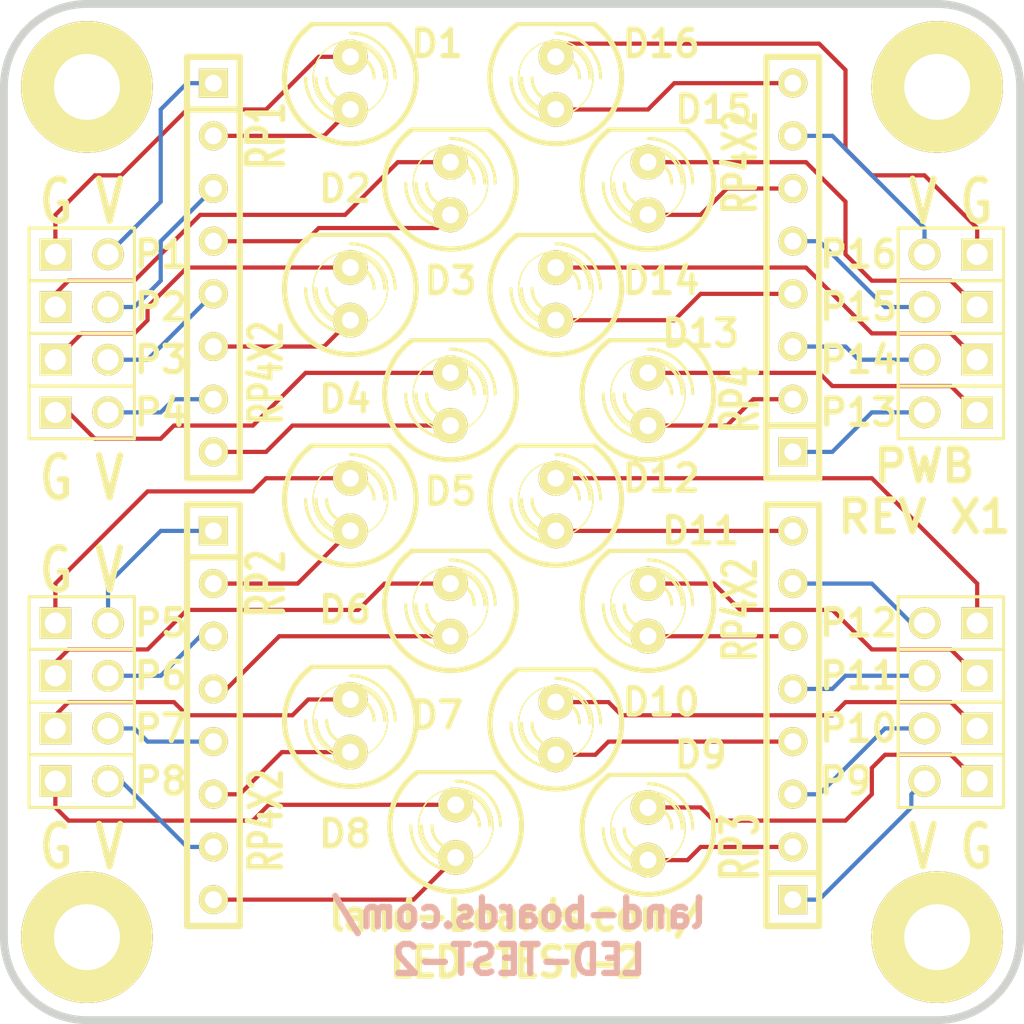
<source format=kicad_pcb>
(kicad_pcb (version 4) (host pcbnew 4.0.1-stable)

  (general
    (links 48)
    (no_connects 0)
    (area 133.617999 71.494801 222.382002 129.222501)
    (thickness 1.6002)
    (drawings 24)
    (tracks 190)
    (zones 0)
    (modules 40)
    (nets 49)
  )

  (page A4)
  (layers
    (0 Front signal)
    (31 Back signal)
    (36 B.SilkS user)
    (37 F.SilkS user)
    (38 B.Mask user)
    (39 F.Mask user)
    (40 Dwgs.User user hide)
    (41 Cmts.User user hide)
    (44 Edge.Cuts user)
  )

  (setup
    (last_trace_width 0.2032)
    (user_trace_width 0.635)
    (trace_clearance 0.254)
    (zone_clearance 0.3048)
    (zone_45_only no)
    (trace_min 0.2032)
    (segment_width 0.381)
    (edge_width 0.381)
    (via_size 0.889)
    (via_drill 0.635)
    (via_min_size 0.889)
    (via_min_drill 0.508)
    (uvia_size 0.508)
    (uvia_drill 0.127)
    (uvias_allowed no)
    (uvia_min_size 0.508)
    (uvia_min_drill 0.127)
    (pcb_text_width 0.3048)
    (pcb_text_size 1.524 2.032)
    (mod_edge_width 0.381)
    (mod_text_size 1.27 1.27)
    (mod_text_width 0.254)
    (pad_size 1.6764 1.6764)
    (pad_drill 0.8128)
    (pad_to_mask_clearance 0.254)
    (aux_axis_origin 0 0)
    (visible_elements 7FFFFF6F)
    (pcbplotparams
      (layerselection 0x00030_80000001)
      (usegerberextensions true)
      (excludeedgelayer true)
      (linewidth 0.150000)
      (plotframeref false)
      (viasonmask false)
      (mode 1)
      (useauxorigin false)
      (hpglpennumber 1)
      (hpglpenspeed 20)
      (hpglpendiameter 15)
      (hpglpenoverlay 0)
      (psnegative false)
      (psa4output false)
      (plotreference true)
      (plotvalue false)
      (plotinvisibletext false)
      (padsonsilk false)
      (subtractmaskfromsilk false)
      (outputformat 1)
      (mirror false)
      (drillshape 0)
      (scaleselection 1)
      (outputdirectory plots/))
  )

  (net 0 "")
  (net 1 "Net-(D1-Pad1)")
  (net 2 "Net-(D1-Pad2)")
  (net 3 "Net-(D2-Pad1)")
  (net 4 "Net-(D2-Pad2)")
  (net 5 "Net-(D3-Pad1)")
  (net 6 "Net-(D3-Pad2)")
  (net 7 "Net-(D4-Pad1)")
  (net 8 "Net-(D4-Pad2)")
  (net 9 "Net-(D5-Pad1)")
  (net 10 "Net-(D5-Pad2)")
  (net 11 "Net-(D6-Pad1)")
  (net 12 "Net-(D6-Pad2)")
  (net 13 "Net-(D7-Pad1)")
  (net 14 "Net-(D7-Pad2)")
  (net 15 "Net-(D8-Pad1)")
  (net 16 "Net-(D8-Pad2)")
  (net 17 "Net-(D9-Pad1)")
  (net 18 "Net-(D9-Pad2)")
  (net 19 "Net-(D10-Pad1)")
  (net 20 "Net-(D10-Pad2)")
  (net 21 "Net-(D11-Pad1)")
  (net 22 "Net-(D11-Pad2)")
  (net 23 "Net-(D12-Pad1)")
  (net 24 "Net-(D12-Pad2)")
  (net 25 "Net-(D13-Pad1)")
  (net 26 "Net-(D13-Pad2)")
  (net 27 "Net-(D14-Pad1)")
  (net 28 "Net-(D14-Pad2)")
  (net 29 "Net-(D15-Pad1)")
  (net 30 "Net-(D15-Pad2)")
  (net 31 "Net-(P1-Pad2)")
  (net 32 "Net-(P2-Pad2)")
  (net 33 "Net-(P3-Pad2)")
  (net 34 "Net-(P4-Pad2)")
  (net 35 "Net-(P5-Pad2)")
  (net 36 "Net-(P6-Pad2)")
  (net 37 "Net-(P7-Pad2)")
  (net 38 "Net-(P8-Pad2)")
  (net 39 "Net-(P9-Pad2)")
  (net 40 "Net-(P10-Pad2)")
  (net 41 "Net-(P11-Pad2)")
  (net 42 "Net-(P12-Pad2)")
  (net 43 "Net-(P13-Pad2)")
  (net 44 "Net-(P14-Pad2)")
  (net 45 "Net-(P15-Pad2)")
  (net 46 "Net-(P16-Pad2)")
  (net 47 "Net-(D99-Pad1)")
  (net 48 "Net-(D99-Pad2)")

  (net_class Default "This is the default net class."
    (clearance 0.254)
    (trace_width 0.2032)
    (via_dia 0.889)
    (via_drill 0.635)
    (uvia_dia 0.508)
    (uvia_drill 0.127)
    (add_net "Net-(D1-Pad1)")
    (add_net "Net-(D1-Pad2)")
    (add_net "Net-(D10-Pad1)")
    (add_net "Net-(D10-Pad2)")
    (add_net "Net-(D11-Pad1)")
    (add_net "Net-(D11-Pad2)")
    (add_net "Net-(D12-Pad1)")
    (add_net "Net-(D12-Pad2)")
    (add_net "Net-(D13-Pad1)")
    (add_net "Net-(D13-Pad2)")
    (add_net "Net-(D14-Pad1)")
    (add_net "Net-(D14-Pad2)")
    (add_net "Net-(D15-Pad1)")
    (add_net "Net-(D15-Pad2)")
    (add_net "Net-(D2-Pad1)")
    (add_net "Net-(D2-Pad2)")
    (add_net "Net-(D3-Pad1)")
    (add_net "Net-(D3-Pad2)")
    (add_net "Net-(D4-Pad1)")
    (add_net "Net-(D4-Pad2)")
    (add_net "Net-(D5-Pad1)")
    (add_net "Net-(D5-Pad2)")
    (add_net "Net-(D6-Pad1)")
    (add_net "Net-(D6-Pad2)")
    (add_net "Net-(D7-Pad1)")
    (add_net "Net-(D7-Pad2)")
    (add_net "Net-(D8-Pad1)")
    (add_net "Net-(D8-Pad2)")
    (add_net "Net-(D9-Pad1)")
    (add_net "Net-(D9-Pad2)")
    (add_net "Net-(D99-Pad1)")
    (add_net "Net-(D99-Pad2)")
    (add_net "Net-(P1-Pad2)")
    (add_net "Net-(P10-Pad2)")
    (add_net "Net-(P11-Pad2)")
    (add_net "Net-(P12-Pad2)")
    (add_net "Net-(P13-Pad2)")
    (add_net "Net-(P14-Pad2)")
    (add_net "Net-(P15-Pad2)")
    (add_net "Net-(P16-Pad2)")
    (add_net "Net-(P2-Pad2)")
    (add_net "Net-(P3-Pad2)")
    (add_net "Net-(P4-Pad2)")
    (add_net "Net-(P5-Pad2)")
    (add_net "Net-(P6-Pad2)")
    (add_net "Net-(P7-Pad2)")
    (add_net "Net-(P8-Pad2)")
    (add_net "Net-(P9-Pad2)")
  )

  (module LED-5MM (layer Front) (tedit 53B2BD1E) (tstamp 50D9D284)
    (at 171.704 114.808 90)
    (descr "LED 5mm - Lead pitch 100mil (2,54mm)")
    (tags "LED led 5mm 5MM 100mil 2,54mm")
    (path /544A661E)
    (attr virtual)
    (fp_text reference D7 (at 0.508 4.191 180) (layer F.SilkS)
      (effects (font (size 1.27 1.27) (thickness 0.254)))
    )
    (fp_text value LED (at 0 3.81 90) (layer F.SilkS) hide
      (effects (font (size 0.762 0.762) (thickness 0.0889)))
    )
    (fp_line (start 2.8448 1.905) (end 2.8448 -1.905) (layer F.SilkS) (width 0.2032))
    (fp_circle (center 0.254 0) (end -1.016 1.27) (layer F.SilkS) (width 0.0762))
    (fp_arc (start 0.254 0) (end 2.794 1.905) (angle 286.2) (layer F.SilkS) (width 0.254))
    (fp_arc (start 0.254 0) (end -0.889 0) (angle 90) (layer F.SilkS) (width 0.1524))
    (fp_arc (start 0.254 0) (end 1.397 0) (angle 90) (layer F.SilkS) (width 0.1524))
    (fp_arc (start 0.254 0) (end -1.397 0) (angle 90) (layer F.SilkS) (width 0.1524))
    (fp_arc (start 0.254 0) (end 1.905 0) (angle 90) (layer F.SilkS) (width 0.1524))
    (fp_arc (start 0.254 0) (end -1.905 0) (angle 90) (layer F.SilkS) (width 0.1524))
    (fp_arc (start 0.254 0) (end 2.413 0) (angle 90) (layer F.SilkS) (width 0.1524))
    (pad 1 thru_hole circle (at -1.27 0 90) (size 1.6764 1.6764) (drill 0.812799) (layers *.Cu *.Mask F.SilkS)
      (net 13 "Net-(D7-Pad1)"))
    (pad 2 thru_hole circle (at 1.27 0 90) (size 1.6764 1.6764) (drill 0.812799) (layers *.Cu *.Mask F.SilkS)
      (net 14 "Net-(D7-Pad2)"))
    (model discret/leds/led5_vertical_verde.wrl
      (at (xyz 0 0 0))
      (scale (xyz 1 1 1))
      (rotate (xyz 0 0 0))
    )
  )

  (module LED-5MM (layer Front) (tedit 53B2BCE0) (tstamp 50D9D27A)
    (at 181.61 104.14 90)
    (descr "LED 5mm - Lead pitch 100mil (2,54mm)")
    (tags "LED led 5mm 5MM 100mil 2,54mm")
    (path /544A6677)
    (attr virtual)
    (fp_text reference D12 (at 1.27 5.08 180) (layer F.SilkS)
      (effects (font (size 1.27 1.27) (thickness 0.254)))
    )
    (fp_text value LED (at 0 3.81 90) (layer F.SilkS) hide
      (effects (font (size 0.762 0.762) (thickness 0.0889)))
    )
    (fp_line (start 2.8448 1.905) (end 2.8448 -1.905) (layer F.SilkS) (width 0.2032))
    (fp_circle (center 0.254 0) (end -1.016 1.27) (layer F.SilkS) (width 0.0762))
    (fp_arc (start 0.254 0) (end 2.794 1.905) (angle 286.2) (layer F.SilkS) (width 0.254))
    (fp_arc (start 0.254 0) (end -0.889 0) (angle 90) (layer F.SilkS) (width 0.1524))
    (fp_arc (start 0.254 0) (end 1.397 0) (angle 90) (layer F.SilkS) (width 0.1524))
    (fp_arc (start 0.254 0) (end -1.397 0) (angle 90) (layer F.SilkS) (width 0.1524))
    (fp_arc (start 0.254 0) (end 1.905 0) (angle 90) (layer F.SilkS) (width 0.1524))
    (fp_arc (start 0.254 0) (end -1.905 0) (angle 90) (layer F.SilkS) (width 0.1524))
    (fp_arc (start 0.254 0) (end 2.413 0) (angle 90) (layer F.SilkS) (width 0.1524))
    (pad 1 thru_hole circle (at -1.27 0 90) (size 1.6764 1.6764) (drill 0.812799) (layers *.Cu *.Mask F.SilkS)
      (net 23 "Net-(D12-Pad1)"))
    (pad 2 thru_hole circle (at 1.27 0 90) (size 1.6764 1.6764) (drill 0.812799) (layers *.Cu *.Mask F.SilkS)
      (net 24 "Net-(D12-Pad2)"))
    (model discret/leds/led5_vertical_verde.wrl
      (at (xyz 0 0 0))
      (scale (xyz 1 1 1))
      (rotate (xyz 0 0 0))
    )
  )

  (module LED-5MM (layer Front) (tedit 53B2BCFB) (tstamp 50D9D27C)
    (at 186.055 109.22 90)
    (descr "LED 5mm - Lead pitch 100mil (2,54mm)")
    (tags "LED led 5mm 5MM 100mil 2,54mm")
    (path /544A6671)
    (attr virtual)
    (fp_text reference D11 (at 3.81 2.54 180) (layer F.SilkS)
      (effects (font (size 1.27 1.27) (thickness 0.254)))
    )
    (fp_text value LED (at 0 3.81 90) (layer F.SilkS) hide
      (effects (font (size 0.762 0.762) (thickness 0.0889)))
    )
    (fp_line (start 2.8448 1.905) (end 2.8448 -1.905) (layer F.SilkS) (width 0.2032))
    (fp_circle (center 0.254 0) (end -1.016 1.27) (layer F.SilkS) (width 0.0762))
    (fp_arc (start 0.254 0) (end 2.794 1.905) (angle 286.2) (layer F.SilkS) (width 0.254))
    (fp_arc (start 0.254 0) (end -0.889 0) (angle 90) (layer F.SilkS) (width 0.1524))
    (fp_arc (start 0.254 0) (end 1.397 0) (angle 90) (layer F.SilkS) (width 0.1524))
    (fp_arc (start 0.254 0) (end -1.397 0) (angle 90) (layer F.SilkS) (width 0.1524))
    (fp_arc (start 0.254 0) (end 1.905 0) (angle 90) (layer F.SilkS) (width 0.1524))
    (fp_arc (start 0.254 0) (end -1.905 0) (angle 90) (layer F.SilkS) (width 0.1524))
    (fp_arc (start 0.254 0) (end 2.413 0) (angle 90) (layer F.SilkS) (width 0.1524))
    (pad 1 thru_hole circle (at -1.27 0 90) (size 1.6764 1.6764) (drill 0.812799) (layers *.Cu *.Mask F.SilkS)
      (net 21 "Net-(D11-Pad1)"))
    (pad 2 thru_hole circle (at 1.27 0 90) (size 1.6764 1.6764) (drill 0.812799) (layers *.Cu *.Mask F.SilkS)
      (net 22 "Net-(D11-Pad2)"))
    (model discret/leds/led5_vertical_verde.wrl
      (at (xyz 0 0 0))
      (scale (xyz 1 1 1))
      (rotate (xyz 0 0 0))
    )
  )

  (module LED-5MM (layer Front) (tedit 53B2BD06) (tstamp 50D9D27E)
    (at 181.61 114.935 90)
    (descr "LED 5mm - Lead pitch 100mil (2,54mm)")
    (tags "LED led 5mm 5MM 100mil 2,54mm")
    (path /544A666B)
    (attr virtual)
    (fp_text reference D10 (at 1.27 5.08 180) (layer F.SilkS)
      (effects (font (size 1.27 1.27) (thickness 0.254)))
    )
    (fp_text value LED (at 0 3.81 90) (layer F.SilkS) hide
      (effects (font (size 0.762 0.762) (thickness 0.0889)))
    )
    (fp_line (start 2.8448 1.905) (end 2.8448 -1.905) (layer F.SilkS) (width 0.2032))
    (fp_circle (center 0.254 0) (end -1.016 1.27) (layer F.SilkS) (width 0.0762))
    (fp_arc (start 0.254 0) (end 2.794 1.905) (angle 286.2) (layer F.SilkS) (width 0.254))
    (fp_arc (start 0.254 0) (end -0.889 0) (angle 90) (layer F.SilkS) (width 0.1524))
    (fp_arc (start 0.254 0) (end 1.397 0) (angle 90) (layer F.SilkS) (width 0.1524))
    (fp_arc (start 0.254 0) (end -1.397 0) (angle 90) (layer F.SilkS) (width 0.1524))
    (fp_arc (start 0.254 0) (end 1.905 0) (angle 90) (layer F.SilkS) (width 0.1524))
    (fp_arc (start 0.254 0) (end -1.905 0) (angle 90) (layer F.SilkS) (width 0.1524))
    (fp_arc (start 0.254 0) (end 2.413 0) (angle 90) (layer F.SilkS) (width 0.1524))
    (pad 1 thru_hole circle (at -1.27 0 90) (size 1.6764 1.6764) (drill 0.812799) (layers *.Cu *.Mask F.SilkS)
      (net 19 "Net-(D10-Pad1)"))
    (pad 2 thru_hole circle (at 1.27 0 90) (size 1.6764 1.6764) (drill 0.812799) (layers *.Cu *.Mask F.SilkS)
      (net 20 "Net-(D10-Pad2)"))
    (model discret/leds/led5_vertical_verde.wrl
      (at (xyz 0 0 0))
      (scale (xyz 1 1 1))
      (rotate (xyz 0 0 0))
    )
  )

  (module LED-5MM (layer Front) (tedit 53B2BD08) (tstamp 50D9D280)
    (at 186.055 120.015 90)
    (descr "LED 5mm - Lead pitch 100mil (2,54mm)")
    (tags "LED led 5mm 5MM 100mil 2,54mm")
    (path /544A665F)
    (attr virtual)
    (fp_text reference D9 (at 3.81 2.54 180) (layer F.SilkS)
      (effects (font (size 1.27 1.27) (thickness 0.254)))
    )
    (fp_text value LED (at 0 3.81 90) (layer F.SilkS) hide
      (effects (font (size 0.762 0.762) (thickness 0.0889)))
    )
    (fp_line (start 2.8448 1.905) (end 2.8448 -1.905) (layer F.SilkS) (width 0.2032))
    (fp_circle (center 0.254 0) (end -1.016 1.27) (layer F.SilkS) (width 0.0762))
    (fp_arc (start 0.254 0) (end 2.794 1.905) (angle 286.2) (layer F.SilkS) (width 0.254))
    (fp_arc (start 0.254 0) (end -0.889 0) (angle 90) (layer F.SilkS) (width 0.1524))
    (fp_arc (start 0.254 0) (end 1.397 0) (angle 90) (layer F.SilkS) (width 0.1524))
    (fp_arc (start 0.254 0) (end -1.397 0) (angle 90) (layer F.SilkS) (width 0.1524))
    (fp_arc (start 0.254 0) (end 1.905 0) (angle 90) (layer F.SilkS) (width 0.1524))
    (fp_arc (start 0.254 0) (end -1.905 0) (angle 90) (layer F.SilkS) (width 0.1524))
    (fp_arc (start 0.254 0) (end 2.413 0) (angle 90) (layer F.SilkS) (width 0.1524))
    (pad 1 thru_hole circle (at -1.27 0 90) (size 1.6764 1.6764) (drill 0.812799) (layers *.Cu *.Mask F.SilkS)
      (net 17 "Net-(D9-Pad1)"))
    (pad 2 thru_hole circle (at 1.27 0 90) (size 1.6764 1.6764) (drill 0.812799) (layers *.Cu *.Mask F.SilkS)
      (net 18 "Net-(D9-Pad2)"))
    (model discret/leds/led5_vertical_verde.wrl
      (at (xyz 0 0 0))
      (scale (xyz 1 1 1))
      (rotate (xyz 0 0 0))
    )
  )

  (module LED-5MM (layer Front) (tedit 53B2BD28) (tstamp 50D9D282)
    (at 176.784 119.888 90)
    (descr "LED 5mm - Lead pitch 100mil (2,54mm)")
    (tags "LED led 5mm 5MM 100mil 2,54mm")
    (path /544A6624)
    (attr virtual)
    (fp_text reference D8 (at -0.127 -5.334 180) (layer F.SilkS)
      (effects (font (size 1.27 1.27) (thickness 0.254)))
    )
    (fp_text value LED (at 0 3.81 90) (layer F.SilkS) hide
      (effects (font (size 0.762 0.762) (thickness 0.0889)))
    )
    (fp_line (start 2.8448 1.905) (end 2.8448 -1.905) (layer F.SilkS) (width 0.2032))
    (fp_circle (center 0.254 0) (end -1.016 1.27) (layer F.SilkS) (width 0.0762))
    (fp_arc (start 0.254 0) (end 2.794 1.905) (angle 286.2) (layer F.SilkS) (width 0.254))
    (fp_arc (start 0.254 0) (end -0.889 0) (angle 90) (layer F.SilkS) (width 0.1524))
    (fp_arc (start 0.254 0) (end 1.397 0) (angle 90) (layer F.SilkS) (width 0.1524))
    (fp_arc (start 0.254 0) (end -1.397 0) (angle 90) (layer F.SilkS) (width 0.1524))
    (fp_arc (start 0.254 0) (end 1.905 0) (angle 90) (layer F.SilkS) (width 0.1524))
    (fp_arc (start 0.254 0) (end -1.905 0) (angle 90) (layer F.SilkS) (width 0.1524))
    (fp_arc (start 0.254 0) (end 2.413 0) (angle 90) (layer F.SilkS) (width 0.1524))
    (pad 1 thru_hole circle (at -1.27 0 90) (size 1.6764 1.6764) (drill 0.812799) (layers *.Cu *.Mask F.SilkS)
      (net 15 "Net-(D8-Pad1)"))
    (pad 2 thru_hole circle (at 1.27 0 90) (size 1.6764 1.6764) (drill 0.812799) (layers *.Cu *.Mask F.SilkS)
      (net 16 "Net-(D8-Pad2)"))
    (model discret/leds/led5_vertical_verde.wrl
      (at (xyz 0 0 0))
      (scale (xyz 1 1 1))
      (rotate (xyz 0 0 0))
    )
  )

  (module LED-5MM (layer Front) (tedit 53B2BD26) (tstamp 50D9D286)
    (at 176.53 109.22 90)
    (descr "LED 5mm - Lead pitch 100mil (2,54mm)")
    (tags "LED led 5mm 5MM 100mil 2,54mm")
    (path /544A6618)
    (attr virtual)
    (fp_text reference D6 (at 0 -5.08 180) (layer F.SilkS)
      (effects (font (size 1.27 1.27) (thickness 0.254)))
    )
    (fp_text value LED (at 0 3.81 90) (layer F.SilkS) hide
      (effects (font (size 0.762 0.762) (thickness 0.0889)))
    )
    (fp_line (start 2.8448 1.905) (end 2.8448 -1.905) (layer F.SilkS) (width 0.2032))
    (fp_circle (center 0.254 0) (end -1.016 1.27) (layer F.SilkS) (width 0.0762))
    (fp_arc (start 0.254 0) (end 2.794 1.905) (angle 286.2) (layer F.SilkS) (width 0.254))
    (fp_arc (start 0.254 0) (end -0.889 0) (angle 90) (layer F.SilkS) (width 0.1524))
    (fp_arc (start 0.254 0) (end 1.397 0) (angle 90) (layer F.SilkS) (width 0.1524))
    (fp_arc (start 0.254 0) (end -1.397 0) (angle 90) (layer F.SilkS) (width 0.1524))
    (fp_arc (start 0.254 0) (end 1.905 0) (angle 90) (layer F.SilkS) (width 0.1524))
    (fp_arc (start 0.254 0) (end -1.905 0) (angle 90) (layer F.SilkS) (width 0.1524))
    (fp_arc (start 0.254 0) (end 2.413 0) (angle 90) (layer F.SilkS) (width 0.1524))
    (pad 1 thru_hole circle (at -1.27 0 90) (size 1.6764 1.6764) (drill 0.812799) (layers *.Cu *.Mask F.SilkS)
      (net 11 "Net-(D6-Pad1)"))
    (pad 2 thru_hole circle (at 1.27 0 90) (size 1.6764 1.6764) (drill 0.812799) (layers *.Cu *.Mask F.SilkS)
      (net 12 "Net-(D6-Pad2)"))
    (model discret/leds/led5_vertical_verde.wrl
      (at (xyz 0 0 0))
      (scale (xyz 1 1 1))
      (rotate (xyz 0 0 0))
    )
  )

  (module LED-5MM (layer Front) (tedit 53B2BCB5) (tstamp 50D9D288)
    (at 171.704 104.14 90)
    (descr "LED 5mm - Lead pitch 100mil (2,54mm)")
    (tags "LED led 5mm 5MM 100mil 2,54mm")
    (path /544A660C)
    (attr virtual)
    (fp_text reference D5 (at 0.635 4.826 180) (layer F.SilkS)
      (effects (font (size 1.27 1.27) (thickness 0.254)))
    )
    (fp_text value LED (at 0 3.81 90) (layer F.SilkS) hide
      (effects (font (size 0.762 0.762) (thickness 0.0889)))
    )
    (fp_line (start 2.8448 1.905) (end 2.8448 -1.905) (layer F.SilkS) (width 0.2032))
    (fp_circle (center 0.254 0) (end -1.016 1.27) (layer F.SilkS) (width 0.0762))
    (fp_arc (start 0.254 0) (end 2.794 1.905) (angle 286.2) (layer F.SilkS) (width 0.254))
    (fp_arc (start 0.254 0) (end -0.889 0) (angle 90) (layer F.SilkS) (width 0.1524))
    (fp_arc (start 0.254 0) (end 1.397 0) (angle 90) (layer F.SilkS) (width 0.1524))
    (fp_arc (start 0.254 0) (end -1.397 0) (angle 90) (layer F.SilkS) (width 0.1524))
    (fp_arc (start 0.254 0) (end 1.905 0) (angle 90) (layer F.SilkS) (width 0.1524))
    (fp_arc (start 0.254 0) (end -1.905 0) (angle 90) (layer F.SilkS) (width 0.1524))
    (fp_arc (start 0.254 0) (end 2.413 0) (angle 90) (layer F.SilkS) (width 0.1524))
    (pad 1 thru_hole circle (at -1.27 0 90) (size 1.6764 1.6764) (drill 0.812799) (layers *.Cu *.Mask F.SilkS)
      (net 9 "Net-(D5-Pad1)"))
    (pad 2 thru_hole circle (at 1.27 0 90) (size 1.6764 1.6764) (drill 0.812799) (layers *.Cu *.Mask F.SilkS)
      (net 10 "Net-(D5-Pad2)"))
    (model discret/leds/led5_vertical_verde.wrl
      (at (xyz 0 0 0))
      (scale (xyz 1 1 1))
      (rotate (xyz 0 0 0))
    )
  )

  (module LED-5MM (layer Front) (tedit 53B2BD16) (tstamp 50D9D28A)
    (at 176.53 99.06 90)
    (descr "LED 5mm - Lead pitch 100mil (2,54mm)")
    (tags "LED led 5mm 5MM 100mil 2,54mm")
    (path /544A63B6)
    (attr virtual)
    (fp_text reference D4 (at 0 -5.08 180) (layer F.SilkS)
      (effects (font (size 1.27 1.27) (thickness 0.254)))
    )
    (fp_text value LED (at 0 3.81 90) (layer F.SilkS) hide
      (effects (font (size 0.762 0.762) (thickness 0.0889)))
    )
    (fp_line (start 2.8448 1.905) (end 2.8448 -1.905) (layer F.SilkS) (width 0.2032))
    (fp_circle (center 0.254 0) (end -1.016 1.27) (layer F.SilkS) (width 0.0762))
    (fp_arc (start 0.254 0) (end 2.794 1.905) (angle 286.2) (layer F.SilkS) (width 0.254))
    (fp_arc (start 0.254 0) (end -0.889 0) (angle 90) (layer F.SilkS) (width 0.1524))
    (fp_arc (start 0.254 0) (end 1.397 0) (angle 90) (layer F.SilkS) (width 0.1524))
    (fp_arc (start 0.254 0) (end -1.397 0) (angle 90) (layer F.SilkS) (width 0.1524))
    (fp_arc (start 0.254 0) (end 1.905 0) (angle 90) (layer F.SilkS) (width 0.1524))
    (fp_arc (start 0.254 0) (end -1.905 0) (angle 90) (layer F.SilkS) (width 0.1524))
    (fp_arc (start 0.254 0) (end 2.413 0) (angle 90) (layer F.SilkS) (width 0.1524))
    (pad 1 thru_hole circle (at -1.27 0 90) (size 1.6764 1.6764) (drill 0.812799) (layers *.Cu *.Mask F.SilkS)
      (net 7 "Net-(D4-Pad1)"))
    (pad 2 thru_hole circle (at 1.27 0 90) (size 1.6764 1.6764) (drill 0.812799) (layers *.Cu *.Mask F.SilkS)
      (net 8 "Net-(D4-Pad2)"))
    (model discret/leds/led5_vertical_verde.wrl
      (at (xyz 0 0 0))
      (scale (xyz 1 1 1))
      (rotate (xyz 0 0 0))
    )
  )

  (module LED-5MM (layer Front) (tedit 53B2BC9F) (tstamp 50D9D28C)
    (at 171.704 93.98 90)
    (descr "LED 5mm - Lead pitch 100mil (2,54mm)")
    (tags "LED led 5mm 5MM 100mil 2,54mm")
    (path /544A639D)
    (attr virtual)
    (fp_text reference D3 (at 0.635 4.826 180) (layer F.SilkS)
      (effects (font (size 1.27 1.27) (thickness 0.254)))
    )
    (fp_text value LED (at 0 3.81 90) (layer F.SilkS) hide
      (effects (font (size 0.762 0.762) (thickness 0.0889)))
    )
    (fp_line (start 2.8448 1.905) (end 2.8448 -1.905) (layer F.SilkS) (width 0.2032))
    (fp_circle (center 0.254 0) (end -1.016 1.27) (layer F.SilkS) (width 0.0762))
    (fp_arc (start 0.254 0) (end 2.794 1.905) (angle 286.2) (layer F.SilkS) (width 0.254))
    (fp_arc (start 0.254 0) (end -0.889 0) (angle 90) (layer F.SilkS) (width 0.1524))
    (fp_arc (start 0.254 0) (end 1.397 0) (angle 90) (layer F.SilkS) (width 0.1524))
    (fp_arc (start 0.254 0) (end -1.397 0) (angle 90) (layer F.SilkS) (width 0.1524))
    (fp_arc (start 0.254 0) (end 1.905 0) (angle 90) (layer F.SilkS) (width 0.1524))
    (fp_arc (start 0.254 0) (end -1.905 0) (angle 90) (layer F.SilkS) (width 0.1524))
    (fp_arc (start 0.254 0) (end 2.413 0) (angle 90) (layer F.SilkS) (width 0.1524))
    (pad 1 thru_hole circle (at -1.27 0 90) (size 1.6764 1.6764) (drill 0.812799) (layers *.Cu *.Mask F.SilkS)
      (net 5 "Net-(D3-Pad1)"))
    (pad 2 thru_hole circle (at 1.27 0 90) (size 1.6764 1.6764) (drill 0.812799) (layers *.Cu *.Mask F.SilkS)
      (net 6 "Net-(D3-Pad2)"))
    (model discret/leds/led5_vertical_verde.wrl
      (at (xyz 0 0 0))
      (scale (xyz 1 1 1))
      (rotate (xyz 0 0 0))
    )
  )

  (module LED-5MM (layer Front) (tedit 57A9DA1F) (tstamp 50D9D28E)
    (at 176.53 88.9 90)
    (descr "LED 5mm - Lead pitch 100mil (2,54mm)")
    (tags "LED led 5mm 5MM 100mil 2,54mm")
    (path /544A6384)
    (attr virtual)
    (fp_text reference D2 (at 0 -5.08 180) (layer F.SilkS)
      (effects (font (size 1.27 1.27) (thickness 0.254)))
    )
    (fp_text value LED (at 0 3.81 90) (layer F.SilkS) hide
      (effects (font (size 0.762 0.762) (thickness 0.0889)))
    )
    (fp_line (start 2.8448 1.905) (end 2.8448 -1.905) (layer F.SilkS) (width 0.2032))
    (fp_circle (center 0.254 0) (end -1.016 1.27) (layer F.SilkS) (width 0.0762))
    (fp_arc (start 0.254 0) (end 2.794 1.905) (angle 286.2) (layer F.SilkS) (width 0.254))
    (fp_arc (start 0.254 0) (end -0.889 0) (angle 90) (layer F.SilkS) (width 0.1524))
    (fp_arc (start 0.254 0) (end 1.397 0) (angle 90) (layer F.SilkS) (width 0.1524))
    (fp_arc (start 0.254 0) (end -1.397 0) (angle 90) (layer F.SilkS) (width 0.1524))
    (fp_arc (start 0.254 0) (end 1.905 0) (angle 90) (layer F.SilkS) (width 0.1524))
    (fp_arc (start 0.254 0) (end -1.905 0) (angle 90) (layer F.SilkS) (width 0.1524))
    (fp_arc (start 0.254 0) (end 2.413 0) (angle 90) (layer F.SilkS) (width 0.1524))
    (pad 1 thru_hole circle (at -1.27 0 90) (size 1.6764 1.6764) (drill 0.812799) (layers *.Cu *.Mask F.SilkS)
      (net 3 "Net-(D2-Pad1)"))
    (pad 2 thru_hole circle (at 1.27 0 90) (size 1.6764 1.6764) (drill 0.812799) (layers *.Cu *.Mask F.SilkS)
      (net 4 "Net-(D2-Pad2)"))
    (model discret/leds/led5_vertical_verde.wrl
      (at (xyz 0 0 0))
      (scale (xyz 1 1 1))
      (rotate (xyz 0 0 0))
    )
  )

  (module LED-5MM (layer Front) (tedit 57A9DA14) (tstamp 50D9D290)
    (at 171.704 83.82 90)
    (descr "LED 5mm - Lead pitch 100mil (2,54mm)")
    (tags "LED led 5mm 5MM 100mil 2,54mm")
    (path /51B4B975)
    (attr virtual)
    (fp_text reference D1 (at 1.905 4.191 180) (layer F.SilkS)
      (effects (font (size 1.27 1.27) (thickness 0.254)))
    )
    (fp_text value LED (at 0 3.81 90) (layer F.SilkS) hide
      (effects (font (size 0.762 0.762) (thickness 0.0889)))
    )
    (fp_line (start 2.8448 1.905) (end 2.8448 -1.905) (layer F.SilkS) (width 0.2032))
    (fp_circle (center 0.254 0) (end -1.016 1.27) (layer F.SilkS) (width 0.0762))
    (fp_arc (start 0.254 0) (end 2.794 1.905) (angle 286.2) (layer F.SilkS) (width 0.254))
    (fp_arc (start 0.254 0) (end -0.889 0) (angle 90) (layer F.SilkS) (width 0.1524))
    (fp_arc (start 0.254 0) (end 1.397 0) (angle 90) (layer F.SilkS) (width 0.1524))
    (fp_arc (start 0.254 0) (end -1.397 0) (angle 90) (layer F.SilkS) (width 0.1524))
    (fp_arc (start 0.254 0) (end 1.905 0) (angle 90) (layer F.SilkS) (width 0.1524))
    (fp_arc (start 0.254 0) (end -1.905 0) (angle 90) (layer F.SilkS) (width 0.1524))
    (fp_arc (start 0.254 0) (end 2.413 0) (angle 90) (layer F.SilkS) (width 0.1524))
    (pad 1 thru_hole circle (at -1.27 0 90) (size 1.6764 1.6764) (drill 0.812799) (layers *.Cu *.Mask F.SilkS)
      (net 1 "Net-(D1-Pad1)"))
    (pad 2 thru_hole circle (at 1.27 0 90) (size 1.6764 1.6764) (drill 0.812799) (layers *.Cu *.Mask F.SilkS)
      (net 2 "Net-(D1-Pad2)"))
    (model discret/leds/led5_vertical_verde.wrl
      (at (xyz 0 0 0))
      (scale (xyz 1 1 1))
      (rotate (xyz 0 0 0))
    )
  )

  (module LED-5MM (layer Front) (tedit 57A8CD7F) (tstamp 51B4F634)
    (at 181.61 83.82 90)
    (descr "LED 5mm - Lead pitch 100mil (2,54mm)")
    (tags "LED led 5mm 5MM 100mil 2,54mm")
    (path /544A66CA)
    (attr virtual)
    (fp_text reference D16 (at 1.905 5.08 180) (layer F.SilkS)
      (effects (font (size 1.27 1.27) (thickness 0.254)))
    )
    (fp_text value LED (at 0 3.81 90) (layer F.SilkS) hide
      (effects (font (size 0.762 0.762) (thickness 0.0889)))
    )
    (fp_line (start 2.8448 1.905) (end 2.8448 -1.905) (layer F.SilkS) (width 0.2032))
    (fp_circle (center 0.254 0) (end -1.016 1.27) (layer F.SilkS) (width 0.0762))
    (fp_arc (start 0.254 0) (end 2.794 1.905) (angle 286.2) (layer F.SilkS) (width 0.254))
    (fp_arc (start 0.254 0) (end -0.889 0) (angle 90) (layer F.SilkS) (width 0.1524))
    (fp_arc (start 0.254 0) (end 1.397 0) (angle 90) (layer F.SilkS) (width 0.1524))
    (fp_arc (start 0.254 0) (end -1.397 0) (angle 90) (layer F.SilkS) (width 0.1524))
    (fp_arc (start 0.254 0) (end 1.905 0) (angle 90) (layer F.SilkS) (width 0.1524))
    (fp_arc (start 0.254 0) (end -1.905 0) (angle 90) (layer F.SilkS) (width 0.1524))
    (fp_arc (start 0.254 0) (end 2.413 0) (angle 90) (layer F.SilkS) (width 0.1524))
    (pad 1 thru_hole circle (at -1.27 0 90) (size 1.6764 1.6764) (drill 0.8128) (layers *.Cu *.Mask F.SilkS)
      (net 47 "Net-(D99-Pad1)"))
    (pad 2 thru_hole circle (at 1.27 0 90) (size 1.6764 1.6764) (drill 0.8128) (layers *.Cu *.Mask F.SilkS)
      (net 48 "Net-(D99-Pad2)"))
    (model discret/leds/led5_vertical_verde.wrl
      (at (xyz 0 0 0))
      (scale (xyz 1 1 1))
      (rotate (xyz 0 0 0))
    )
  )

  (module LED-5MM (layer Front) (tedit 53B2BCAA) (tstamp 51B4F661)
    (at 186.055 99.06 90)
    (descr "LED 5mm - Lead pitch 100mil (2,54mm)")
    (tags "LED led 5mm 5MM 100mil 2,54mm")
    (path /544A66B2)
    (attr virtual)
    (fp_text reference D13 (at 3.175 2.54 180) (layer F.SilkS)
      (effects (font (size 1.27 1.27) (thickness 0.254)))
    )
    (fp_text value LED (at 0 3.81 90) (layer F.SilkS) hide
      (effects (font (size 0.762 0.762) (thickness 0.0889)))
    )
    (fp_line (start 2.8448 1.905) (end 2.8448 -1.905) (layer F.SilkS) (width 0.2032))
    (fp_circle (center 0.254 0) (end -1.016 1.27) (layer F.SilkS) (width 0.0762))
    (fp_arc (start 0.254 0) (end 2.794 1.905) (angle 286.2) (layer F.SilkS) (width 0.254))
    (fp_arc (start 0.254 0) (end -0.889 0) (angle 90) (layer F.SilkS) (width 0.1524))
    (fp_arc (start 0.254 0) (end 1.397 0) (angle 90) (layer F.SilkS) (width 0.1524))
    (fp_arc (start 0.254 0) (end -1.397 0) (angle 90) (layer F.SilkS) (width 0.1524))
    (fp_arc (start 0.254 0) (end 1.905 0) (angle 90) (layer F.SilkS) (width 0.1524))
    (fp_arc (start 0.254 0) (end -1.905 0) (angle 90) (layer F.SilkS) (width 0.1524))
    (fp_arc (start 0.254 0) (end 2.413 0) (angle 90) (layer F.SilkS) (width 0.1524))
    (pad 1 thru_hole circle (at -1.27 0 90) (size 1.6764 1.6764) (drill 0.8128) (layers *.Cu *.Mask F.SilkS)
      (net 25 "Net-(D13-Pad1)"))
    (pad 2 thru_hole circle (at 1.27 0 90) (size 1.6764 1.6764) (drill 0.8128) (layers *.Cu *.Mask F.SilkS)
      (net 26 "Net-(D13-Pad2)"))
    (model discret/leds/led5_vertical_verde.wrl
      (at (xyz 0 0 0))
      (scale (xyz 1 1 1))
      (rotate (xyz 0 0 0))
    )
  )

  (module LED-5MM (layer Front) (tedit 53B2BCA4) (tstamp 51B4F670)
    (at 181.61 93.98 90)
    (descr "LED 5mm - Lead pitch 100mil (2,54mm)")
    (tags "LED led 5mm 5MM 100mil 2,54mm")
    (path /544A66BE)
    (attr virtual)
    (fp_text reference D14 (at 0.635 5.08 180) (layer F.SilkS)
      (effects (font (size 1.27 1.27) (thickness 0.254)))
    )
    (fp_text value LED (at 0 3.81 90) (layer F.SilkS) hide
      (effects (font (size 0.762 0.762) (thickness 0.0889)))
    )
    (fp_line (start 2.8448 1.905) (end 2.8448 -1.905) (layer F.SilkS) (width 0.2032))
    (fp_circle (center 0.254 0) (end -1.016 1.27) (layer F.SilkS) (width 0.0762))
    (fp_arc (start 0.254 0) (end 2.794 1.905) (angle 286.2) (layer F.SilkS) (width 0.254))
    (fp_arc (start 0.254 0) (end -0.889 0) (angle 90) (layer F.SilkS) (width 0.1524))
    (fp_arc (start 0.254 0) (end 1.397 0) (angle 90) (layer F.SilkS) (width 0.1524))
    (fp_arc (start 0.254 0) (end -1.397 0) (angle 90) (layer F.SilkS) (width 0.1524))
    (fp_arc (start 0.254 0) (end 1.905 0) (angle 90) (layer F.SilkS) (width 0.1524))
    (fp_arc (start 0.254 0) (end -1.905 0) (angle 90) (layer F.SilkS) (width 0.1524))
    (fp_arc (start 0.254 0) (end 2.413 0) (angle 90) (layer F.SilkS) (width 0.1524))
    (pad 1 thru_hole circle (at -1.27 0 90) (size 1.6764 1.6764) (drill 0.8128) (layers *.Cu *.Mask F.SilkS)
      (net 27 "Net-(D14-Pad1)"))
    (pad 2 thru_hole circle (at 1.27 0 90) (size 1.6764 1.6764) (drill 0.8128) (layers *.Cu *.Mask F.SilkS)
      (net 28 "Net-(D14-Pad2)"))
    (model discret/leds/led5_vertical_verde.wrl
      (at (xyz 0 0 0))
      (scale (xyz 1 1 1))
      (rotate (xyz 0 0 0))
    )
  )

  (module LED-5MM (layer Front) (tedit 53B2BD0D) (tstamp 51B4F67F)
    (at 186.055 88.9 90)
    (descr "LED 5mm - Lead pitch 100mil (2,54mm)")
    (tags "LED led 5mm 5MM 100mil 2,54mm")
    (path /544A66C4)
    (attr virtual)
    (fp_text reference D15 (at 3.81 3.175 180) (layer F.SilkS)
      (effects (font (size 1.27 1.27) (thickness 0.254)))
    )
    (fp_text value LED (at 0 3.81 90) (layer F.SilkS) hide
      (effects (font (size 0.762 0.762) (thickness 0.0889)))
    )
    (fp_line (start 2.8448 1.905) (end 2.8448 -1.905) (layer F.SilkS) (width 0.2032))
    (fp_circle (center 0.254 0) (end -1.016 1.27) (layer F.SilkS) (width 0.0762))
    (fp_arc (start 0.254 0) (end 2.794 1.905) (angle 286.2) (layer F.SilkS) (width 0.254))
    (fp_arc (start 0.254 0) (end -0.889 0) (angle 90) (layer F.SilkS) (width 0.1524))
    (fp_arc (start 0.254 0) (end 1.397 0) (angle 90) (layer F.SilkS) (width 0.1524))
    (fp_arc (start 0.254 0) (end -1.397 0) (angle 90) (layer F.SilkS) (width 0.1524))
    (fp_arc (start 0.254 0) (end 1.905 0) (angle 90) (layer F.SilkS) (width 0.1524))
    (fp_arc (start 0.254 0) (end -1.905 0) (angle 90) (layer F.SilkS) (width 0.1524))
    (fp_arc (start 0.254 0) (end 2.413 0) (angle 90) (layer F.SilkS) (width 0.1524))
    (pad 1 thru_hole circle (at -1.27 0 90) (size 1.6764 1.6764) (drill 0.8128) (layers *.Cu *.Mask F.SilkS)
      (net 29 "Net-(D15-Pad1)"))
    (pad 2 thru_hole circle (at 1.27 0 90) (size 1.6764 1.6764) (drill 0.8128) (layers *.Cu *.Mask F.SilkS)
      (net 30 "Net-(D15-Pad2)"))
    (model discret/leds/led5_vertical_verde.wrl
      (at (xyz 0 0 0))
      (scale (xyz 1 1 1))
      (rotate (xyz 0 0 0))
    )
  )

  (module MTG-4-40 (layer Front) (tedit 50F036E3) (tstamp 51B4F699)
    (at 200 125)
    (path /50D9D700)
    (fp_text reference MTG4 (at -6.858 -0.635) (layer F.SilkS) hide
      (effects (font (size 1.27 1.27) (thickness 0.254)))
    )
    (fp_text value CONN_1 (at 0 -5.08) (layer F.SilkS) hide
      (effects (font (thickness 0.3048)))
    )
    (pad 1 thru_hole circle (at 0 0) (size 6.35 6.35) (drill 3.175) (layers *.Cu *.Mask F.SilkS))
  )

  (module MTG-4-40 (layer Front) (tedit 50F036E3) (tstamp 51B4F69E)
    (at 159 125)
    (path /50D9D6F9)
    (fp_text reference MTG3 (at -6.858 -0.635) (layer F.SilkS) hide
      (effects (font (size 1.27 1.27) (thickness 0.254)))
    )
    (fp_text value CONN_1 (at 0 -5.08) (layer F.SilkS) hide
      (effects (font (thickness 0.3048)))
    )
    (pad 1 thru_hole circle (at 0 0) (size 6.35 6.35) (drill 3.175) (layers *.Cu *.Mask F.SilkS))
  )

  (module MTG-4-40 (layer Front) (tedit 50F036E3) (tstamp 51B4F6A3)
    (at 200 84)
    (path /50D9D6F4)
    (fp_text reference MTG2 (at -6.858 -0.635) (layer F.SilkS) hide
      (effects (font (size 1.27 1.27) (thickness 0.254)))
    )
    (fp_text value CONN_1 (at 0 -5.08) (layer F.SilkS) hide
      (effects (font (thickness 0.3048)))
    )
    (pad 1 thru_hole circle (at 0 0) (size 6.35 6.35) (drill 3.175) (layers *.Cu *.Mask F.SilkS))
  )

  (module MTG-4-40 (layer Front) (tedit 50F036E3) (tstamp 51B4F6A8)
    (at 159 84)
    (path /50D9D6EF)
    (fp_text reference MTG1 (at -6.858 -0.635) (layer F.SilkS) hide
      (effects (font (size 1.27 1.27) (thickness 0.254)))
    )
    (fp_text value CONN_1 (at 0 -5.08) (layer F.SilkS) hide
      (effects (font (thickness 0.3048)))
    )
    (pad 1 thru_hole circle (at 0 0) (size 6.35 6.35) (drill 3.175) (layers *.Cu *.Mask F.SilkS))
  )

  (module PIN_ARRAY_2X1 (layer Front) (tedit 544A721C) (tstamp 544A66B0)
    (at 200.66 117.475 180)
    (descr "Connecteurs 2 pins")
    (tags "CONN DEV")
    (path /544A6665)
    (fp_text reference P9 (at 5.08 0 180) (layer F.SilkS)
      (effects (font (size 1.27 1.27) (thickness 0.254)))
    )
    (fp_text value CONN_2 (at 0 -1.905 180) (layer F.SilkS) hide
      (effects (font (size 0.762 0.762) (thickness 0.1524)))
    )
    (fp_line (start -2.54 1.27) (end -2.54 -1.27) (layer F.SilkS) (width 0.1524))
    (fp_line (start -2.54 -1.27) (end 2.54 -1.27) (layer F.SilkS) (width 0.1524))
    (fp_line (start 2.54 -1.27) (end 2.54 1.27) (layer F.SilkS) (width 0.1524))
    (fp_line (start 2.54 1.27) (end -2.54 1.27) (layer F.SilkS) (width 0.1524))
    (pad 1 thru_hole rect (at -1.27 0 180) (size 1.524 1.524) (drill 1.016) (layers *.Cu *.Mask F.SilkS)
      (net 18 "Net-(D9-Pad2)"))
    (pad 2 thru_hole circle (at 1.27 0 180) (size 1.524 1.524) (drill 1.016) (layers *.Cu *.Mask F.SilkS)
      (net 39 "Net-(P9-Pad2)"))
    (model pin_array/pins_array_2x1.wrl
      (at (xyz 0 0 0))
      (scale (xyz 1 1 1))
      (rotate (xyz 0 0 0))
    )
  )

  (module PIN_ARRAY_2X1 (layer Front) (tedit 544A6FB2) (tstamp 544A66BA)
    (at 200.66 92.075 180)
    (descr "Connecteurs 2 pins")
    (tags "CONN DEV")
    (path /544A66FF)
    (fp_text reference P16 (at 4.445 0 180) (layer F.SilkS)
      (effects (font (size 1.27 1.27) (thickness 0.254)))
    )
    (fp_text value CONN_2 (at 0 -1.905 180) (layer F.SilkS) hide
      (effects (font (size 0.762 0.762) (thickness 0.1524)))
    )
    (fp_line (start -2.54 1.27) (end -2.54 -1.27) (layer F.SilkS) (width 0.1524))
    (fp_line (start -2.54 -1.27) (end 2.54 -1.27) (layer F.SilkS) (width 0.1524))
    (fp_line (start 2.54 -1.27) (end 2.54 1.27) (layer F.SilkS) (width 0.1524))
    (fp_line (start 2.54 1.27) (end -2.54 1.27) (layer F.SilkS) (width 0.1524))
    (pad 1 thru_hole rect (at -1.27 0 180) (size 1.524 1.524) (drill 1.016) (layers *.Cu *.Mask F.SilkS)
      (net 48 "Net-(D99-Pad2)"))
    (pad 2 thru_hole circle (at 1.27 0 180) (size 1.524 1.524) (drill 1.016) (layers *.Cu *.Mask F.SilkS)
      (net 46 "Net-(P16-Pad2)"))
    (model pin_array/pins_array_2x1.wrl
      (at (xyz 0 0 0))
      (scale (xyz 1 1 1))
      (rotate (xyz 0 0 0))
    )
  )

  (module PIN_ARRAY_2X1 (layer Front) (tedit 544A6FBA) (tstamp 544A66C4)
    (at 200.66 94.615 180)
    (descr "Connecteurs 2 pins")
    (tags "CONN DEV")
    (path /544A66F9)
    (fp_text reference P15 (at 4.445 0 180) (layer F.SilkS)
      (effects (font (size 1.27 1.27) (thickness 0.254)))
    )
    (fp_text value CONN_2 (at 0 -1.905 180) (layer F.SilkS) hide
      (effects (font (size 0.762 0.762) (thickness 0.1524)))
    )
    (fp_line (start -2.54 1.27) (end -2.54 -1.27) (layer F.SilkS) (width 0.1524))
    (fp_line (start -2.54 -1.27) (end 2.54 -1.27) (layer F.SilkS) (width 0.1524))
    (fp_line (start 2.54 -1.27) (end 2.54 1.27) (layer F.SilkS) (width 0.1524))
    (fp_line (start 2.54 1.27) (end -2.54 1.27) (layer F.SilkS) (width 0.1524))
    (pad 1 thru_hole rect (at -1.27 0 180) (size 1.524 1.524) (drill 1.016) (layers *.Cu *.Mask F.SilkS)
      (net 30 "Net-(D15-Pad2)"))
    (pad 2 thru_hole circle (at 1.27 0 180) (size 1.524 1.524) (drill 1.016) (layers *.Cu *.Mask F.SilkS)
      (net 45 "Net-(P15-Pad2)"))
    (model pin_array/pins_array_2x1.wrl
      (at (xyz 0 0 0))
      (scale (xyz 1 1 1))
      (rotate (xyz 0 0 0))
    )
  )

  (module PIN_ARRAY_2X1 (layer Front) (tedit 544A6FF0) (tstamp 544A66CE)
    (at 200.66 97.155 180)
    (descr "Connecteurs 2 pins")
    (tags "CONN DEV")
    (path /544A66F3)
    (fp_text reference P14 (at 4.445 0 180) (layer F.SilkS)
      (effects (font (size 1.27 1.27) (thickness 0.254)))
    )
    (fp_text value CONN_2 (at 0 -1.905 180) (layer F.SilkS) hide
      (effects (font (size 0.762 0.762) (thickness 0.1524)))
    )
    (fp_line (start -2.54 1.27) (end -2.54 -1.27) (layer F.SilkS) (width 0.1524))
    (fp_line (start -2.54 -1.27) (end 2.54 -1.27) (layer F.SilkS) (width 0.1524))
    (fp_line (start 2.54 -1.27) (end 2.54 1.27) (layer F.SilkS) (width 0.1524))
    (fp_line (start 2.54 1.27) (end -2.54 1.27) (layer F.SilkS) (width 0.1524))
    (pad 1 thru_hole rect (at -1.27 0 180) (size 1.524 1.524) (drill 1.016) (layers *.Cu *.Mask F.SilkS)
      (net 28 "Net-(D14-Pad2)"))
    (pad 2 thru_hole circle (at 1.27 0 180) (size 1.524 1.524) (drill 1.016) (layers *.Cu *.Mask F.SilkS)
      (net 44 "Net-(P14-Pad2)"))
    (model pin_array/pins_array_2x1.wrl
      (at (xyz 0 0 0))
      (scale (xyz 1 1 1))
      (rotate (xyz 0 0 0))
    )
  )

  (module PIN_ARRAY_2X1 (layer Front) (tedit 544A6FF4) (tstamp 544A66D8)
    (at 200.66 99.695 180)
    (descr "Connecteurs 2 pins")
    (tags "CONN DEV")
    (path /544A66B8)
    (fp_text reference P13 (at 4.445 0 180) (layer F.SilkS)
      (effects (font (size 1.27 1.27) (thickness 0.254)))
    )
    (fp_text value CONN_2 (at 0 -1.905 180) (layer F.SilkS) hide
      (effects (font (size 0.762 0.762) (thickness 0.1524)))
    )
    (fp_line (start -2.54 1.27) (end -2.54 -1.27) (layer F.SilkS) (width 0.1524))
    (fp_line (start -2.54 -1.27) (end 2.54 -1.27) (layer F.SilkS) (width 0.1524))
    (fp_line (start 2.54 -1.27) (end 2.54 1.27) (layer F.SilkS) (width 0.1524))
    (fp_line (start 2.54 1.27) (end -2.54 1.27) (layer F.SilkS) (width 0.1524))
    (pad 1 thru_hole rect (at -1.27 0 180) (size 1.524 1.524) (drill 1.016) (layers *.Cu *.Mask F.SilkS)
      (net 26 "Net-(D13-Pad2)"))
    (pad 2 thru_hole circle (at 1.27 0 180) (size 1.524 1.524) (drill 1.016) (layers *.Cu *.Mask F.SilkS)
      (net 43 "Net-(P13-Pad2)"))
    (model pin_array/pins_array_2x1.wrl
      (at (xyz 0 0 0))
      (scale (xyz 1 1 1))
      (rotate (xyz 0 0 0))
    )
  )

  (module PIN_ARRAY_2X1 (layer Front) (tedit 544A722A) (tstamp 544A66E2)
    (at 200.66 109.855 180)
    (descr "Connecteurs 2 pins")
    (tags "CONN DEV")
    (path /544A66AC)
    (fp_text reference P12 (at 4.445 0 180) (layer F.SilkS)
      (effects (font (size 1.27 1.27) (thickness 0.254)))
    )
    (fp_text value CONN_2 (at 0 -1.905 180) (layer F.SilkS) hide
      (effects (font (size 0.762 0.762) (thickness 0.1524)))
    )
    (fp_line (start -2.54 1.27) (end -2.54 -1.27) (layer F.SilkS) (width 0.1524))
    (fp_line (start -2.54 -1.27) (end 2.54 -1.27) (layer F.SilkS) (width 0.1524))
    (fp_line (start 2.54 -1.27) (end 2.54 1.27) (layer F.SilkS) (width 0.1524))
    (fp_line (start 2.54 1.27) (end -2.54 1.27) (layer F.SilkS) (width 0.1524))
    (pad 1 thru_hole rect (at -1.27 0 180) (size 1.524 1.524) (drill 1.016) (layers *.Cu *.Mask F.SilkS)
      (net 24 "Net-(D12-Pad2)"))
    (pad 2 thru_hole circle (at 1.27 0 180) (size 1.524 1.524) (drill 1.016) (layers *.Cu *.Mask F.SilkS)
      (net 42 "Net-(P12-Pad2)"))
    (model pin_array/pins_array_2x1.wrl
      (at (xyz 0 0 0))
      (scale (xyz 1 1 1))
      (rotate (xyz 0 0 0))
    )
  )

  (module PIN_ARRAY_2X1 (layer Front) (tedit 544A7226) (tstamp 544A66EC)
    (at 200.66 112.395 180)
    (descr "Connecteurs 2 pins")
    (tags "CONN DEV")
    (path /544A66A6)
    (fp_text reference P11 (at 4.445 0 180) (layer F.SilkS)
      (effects (font (size 1.27 1.27) (thickness 0.254)))
    )
    (fp_text value CONN_2 (at 0 -1.905 180) (layer F.SilkS) hide
      (effects (font (size 0.762 0.762) (thickness 0.1524)))
    )
    (fp_line (start -2.54 1.27) (end -2.54 -1.27) (layer F.SilkS) (width 0.1524))
    (fp_line (start -2.54 -1.27) (end 2.54 -1.27) (layer F.SilkS) (width 0.1524))
    (fp_line (start 2.54 -1.27) (end 2.54 1.27) (layer F.SilkS) (width 0.1524))
    (fp_line (start 2.54 1.27) (end -2.54 1.27) (layer F.SilkS) (width 0.1524))
    (pad 1 thru_hole rect (at -1.27 0 180) (size 1.524 1.524) (drill 1.016) (layers *.Cu *.Mask F.SilkS)
      (net 22 "Net-(D11-Pad2)"))
    (pad 2 thru_hole circle (at 1.27 0 180) (size 1.524 1.524) (drill 1.016) (layers *.Cu *.Mask F.SilkS)
      (net 41 "Net-(P11-Pad2)"))
    (model pin_array/pins_array_2x1.wrl
      (at (xyz 0 0 0))
      (scale (xyz 1 1 1))
      (rotate (xyz 0 0 0))
    )
  )

  (module PIN_ARRAY_2X1 (layer Front) (tedit 544A7222) (tstamp 544A66F6)
    (at 200.66 114.935 180)
    (descr "Connecteurs 2 pins")
    (tags "CONN DEV")
    (path /544A66A0)
    (fp_text reference P10 (at 4.445 0 180) (layer F.SilkS)
      (effects (font (size 1.27 1.27) (thickness 0.254)))
    )
    (fp_text value CONN_2 (at 0 -1.905 180) (layer F.SilkS) hide
      (effects (font (size 0.762 0.762) (thickness 0.1524)))
    )
    (fp_line (start -2.54 1.27) (end -2.54 -1.27) (layer F.SilkS) (width 0.1524))
    (fp_line (start -2.54 -1.27) (end 2.54 -1.27) (layer F.SilkS) (width 0.1524))
    (fp_line (start 2.54 -1.27) (end 2.54 1.27) (layer F.SilkS) (width 0.1524))
    (fp_line (start 2.54 1.27) (end -2.54 1.27) (layer F.SilkS) (width 0.1524))
    (pad 1 thru_hole rect (at -1.27 0 180) (size 1.524 1.524) (drill 1.016) (layers *.Cu *.Mask F.SilkS)
      (net 20 "Net-(D10-Pad2)"))
    (pad 2 thru_hole circle (at 1.27 0 180) (size 1.524 1.524) (drill 1.016) (layers *.Cu *.Mask F.SilkS)
      (net 40 "Net-(P10-Pad2)"))
    (model pin_array/pins_array_2x1.wrl
      (at (xyz 0 0 0))
      (scale (xyz 1 1 1))
      (rotate (xyz 0 0 0))
    )
  )

  (module PIN_ARRAY_2X1 (layer Front) (tedit 544A6EB1) (tstamp 544A6700)
    (at 158.75 92.075)
    (descr "Connecteurs 2 pins")
    (tags "CONN DEV")
    (path /544A6367)
    (fp_text reference P1 (at 3.81 0) (layer F.SilkS)
      (effects (font (size 1.27 1.27) (thickness 0.254)))
    )
    (fp_text value CONN_2 (at 0 -1.905) (layer F.SilkS) hide
      (effects (font (size 0.762 0.762) (thickness 0.1524)))
    )
    (fp_line (start -2.54 1.27) (end -2.54 -1.27) (layer F.SilkS) (width 0.1524))
    (fp_line (start -2.54 -1.27) (end 2.54 -1.27) (layer F.SilkS) (width 0.1524))
    (fp_line (start 2.54 -1.27) (end 2.54 1.27) (layer F.SilkS) (width 0.1524))
    (fp_line (start 2.54 1.27) (end -2.54 1.27) (layer F.SilkS) (width 0.1524))
    (pad 1 thru_hole rect (at -1.27 0) (size 1.524 1.524) (drill 1.016) (layers *.Cu *.Mask F.SilkS)
      (net 2 "Net-(D1-Pad2)"))
    (pad 2 thru_hole circle (at 1.27 0) (size 1.524 1.524) (drill 1.016) (layers *.Cu *.Mask F.SilkS)
      (net 31 "Net-(P1-Pad2)"))
    (model pin_array/pins_array_2x1.wrl
      (at (xyz 0 0 0))
      (scale (xyz 1 1 1))
      (rotate (xyz 0 0 0))
    )
  )

  (module PIN_ARRAY_2X1 (layer Front) (tedit 544A6E62) (tstamp 544A670A)
    (at 158.75 117.475)
    (descr "Connecteurs 2 pins")
    (tags "CONN DEV")
    (path /544A6659)
    (fp_text reference P8 (at 3.81 0) (layer F.SilkS)
      (effects (font (size 1.27 1.27) (thickness 0.254)))
    )
    (fp_text value CONN_2 (at 0 -1.905) (layer F.SilkS) hide
      (effects (font (size 0.762 0.762) (thickness 0.1524)))
    )
    (fp_line (start -2.54 1.27) (end -2.54 -1.27) (layer F.SilkS) (width 0.1524))
    (fp_line (start -2.54 -1.27) (end 2.54 -1.27) (layer F.SilkS) (width 0.1524))
    (fp_line (start 2.54 -1.27) (end 2.54 1.27) (layer F.SilkS) (width 0.1524))
    (fp_line (start 2.54 1.27) (end -2.54 1.27) (layer F.SilkS) (width 0.1524))
    (pad 1 thru_hole rect (at -1.27 0) (size 1.524 1.524) (drill 1.016) (layers *.Cu *.Mask F.SilkS)
      (net 16 "Net-(D8-Pad2)"))
    (pad 2 thru_hole circle (at 1.27 0) (size 1.524 1.524) (drill 1.016) (layers *.Cu *.Mask F.SilkS)
      (net 38 "Net-(P8-Pad2)"))
    (model pin_array/pins_array_2x1.wrl
      (at (xyz 0 0 0))
      (scale (xyz 1 1 1))
      (rotate (xyz 0 0 0))
    )
  )

  (module PIN_ARRAY_2X1 (layer Front) (tedit 544A6E68) (tstamp 544A6714)
    (at 158.75 114.935)
    (descr "Connecteurs 2 pins")
    (tags "CONN DEV")
    (path /544A6653)
    (fp_text reference P7 (at 3.81 0) (layer F.SilkS)
      (effects (font (size 1.27 1.27) (thickness 0.254)))
    )
    (fp_text value CONN_2 (at 0 -1.905) (layer F.SilkS) hide
      (effects (font (size 0.762 0.762) (thickness 0.1524)))
    )
    (fp_line (start -2.54 1.27) (end -2.54 -1.27) (layer F.SilkS) (width 0.1524))
    (fp_line (start -2.54 -1.27) (end 2.54 -1.27) (layer F.SilkS) (width 0.1524))
    (fp_line (start 2.54 -1.27) (end 2.54 1.27) (layer F.SilkS) (width 0.1524))
    (fp_line (start 2.54 1.27) (end -2.54 1.27) (layer F.SilkS) (width 0.1524))
    (pad 1 thru_hole rect (at -1.27 0) (size 1.524 1.524) (drill 1.016) (layers *.Cu *.Mask F.SilkS)
      (net 14 "Net-(D7-Pad2)"))
    (pad 2 thru_hole circle (at 1.27 0) (size 1.524 1.524) (drill 1.016) (layers *.Cu *.Mask F.SilkS)
      (net 37 "Net-(P7-Pad2)"))
    (model pin_array/pins_array_2x1.wrl
      (at (xyz 0 0 0))
      (scale (xyz 1 1 1))
      (rotate (xyz 0 0 0))
    )
  )

  (module PIN_ARRAY_2X1 (layer Front) (tedit 544A6E6D) (tstamp 544A671E)
    (at 158.75 112.395)
    (descr "Connecteurs 2 pins")
    (tags "CONN DEV")
    (path /544A664D)
    (fp_text reference P6 (at 3.81 0) (layer F.SilkS)
      (effects (font (size 1.27 1.27) (thickness 0.254)))
    )
    (fp_text value CONN_2 (at 0 -1.905) (layer F.SilkS) hide
      (effects (font (size 0.762 0.762) (thickness 0.1524)))
    )
    (fp_line (start -2.54 1.27) (end -2.54 -1.27) (layer F.SilkS) (width 0.1524))
    (fp_line (start -2.54 -1.27) (end 2.54 -1.27) (layer F.SilkS) (width 0.1524))
    (fp_line (start 2.54 -1.27) (end 2.54 1.27) (layer F.SilkS) (width 0.1524))
    (fp_line (start 2.54 1.27) (end -2.54 1.27) (layer F.SilkS) (width 0.1524))
    (pad 1 thru_hole rect (at -1.27 0) (size 1.524 1.524) (drill 1.016) (layers *.Cu *.Mask F.SilkS)
      (net 12 "Net-(D6-Pad2)"))
    (pad 2 thru_hole circle (at 1.27 0) (size 1.524 1.524) (drill 1.016) (layers *.Cu *.Mask F.SilkS)
      (net 36 "Net-(P6-Pad2)"))
    (model pin_array/pins_array_2x1.wrl
      (at (xyz 0 0 0))
      (scale (xyz 1 1 1))
      (rotate (xyz 0 0 0))
    )
  )

  (module PIN_ARRAY_2X1 (layer Front) (tedit 544A6E74) (tstamp 544A6728)
    (at 158.75 109.855)
    (descr "Connecteurs 2 pins")
    (tags "CONN DEV")
    (path /544A6612)
    (fp_text reference P5 (at 3.81 0) (layer F.SilkS)
      (effects (font (size 1.27 1.27) (thickness 0.254)))
    )
    (fp_text value CONN_2 (at 0 -1.905) (layer F.SilkS) hide
      (effects (font (size 0.762 0.762) (thickness 0.1524)))
    )
    (fp_line (start -2.54 1.27) (end -2.54 -1.27) (layer F.SilkS) (width 0.1524))
    (fp_line (start -2.54 -1.27) (end 2.54 -1.27) (layer F.SilkS) (width 0.1524))
    (fp_line (start 2.54 -1.27) (end 2.54 1.27) (layer F.SilkS) (width 0.1524))
    (fp_line (start 2.54 1.27) (end -2.54 1.27) (layer F.SilkS) (width 0.1524))
    (pad 1 thru_hole rect (at -1.27 0) (size 1.524 1.524) (drill 1.016) (layers *.Cu *.Mask F.SilkS)
      (net 10 "Net-(D5-Pad2)"))
    (pad 2 thru_hole circle (at 1.27 0) (size 1.524 1.524) (drill 1.016) (layers *.Cu *.Mask F.SilkS)
      (net 35 "Net-(P5-Pad2)"))
    (model pin_array/pins_array_2x1.wrl
      (at (xyz 0 0 0))
      (scale (xyz 1 1 1))
      (rotate (xyz 0 0 0))
    )
  )

  (module PIN_ARRAY_2X1 (layer Front) (tedit 544A6E98) (tstamp 544A6732)
    (at 158.75 99.695)
    (descr "Connecteurs 2 pins")
    (tags "CONN DEV")
    (path /544A65E8)
    (fp_text reference P4 (at 3.81 0) (layer F.SilkS)
      (effects (font (size 1.27 1.27) (thickness 0.254)))
    )
    (fp_text value CONN_2 (at 0 -1.905) (layer F.SilkS) hide
      (effects (font (size 0.762 0.762) (thickness 0.1524)))
    )
    (fp_line (start -2.54 1.27) (end -2.54 -1.27) (layer F.SilkS) (width 0.1524))
    (fp_line (start -2.54 -1.27) (end 2.54 -1.27) (layer F.SilkS) (width 0.1524))
    (fp_line (start 2.54 -1.27) (end 2.54 1.27) (layer F.SilkS) (width 0.1524))
    (fp_line (start 2.54 1.27) (end -2.54 1.27) (layer F.SilkS) (width 0.1524))
    (pad 1 thru_hole rect (at -1.27 0) (size 1.524 1.524) (drill 1.016) (layers *.Cu *.Mask F.SilkS)
      (net 8 "Net-(D4-Pad2)"))
    (pad 2 thru_hole circle (at 1.27 0) (size 1.524 1.524) (drill 1.016) (layers *.Cu *.Mask F.SilkS)
      (net 34 "Net-(P4-Pad2)"))
    (model pin_array/pins_array_2x1.wrl
      (at (xyz 0 0 0))
      (scale (xyz 1 1 1))
      (rotate (xyz 0 0 0))
    )
  )

  (module PIN_ARRAY_2X1 (layer Front) (tedit 544A6EA4) (tstamp 544A673C)
    (at 158.75 97.155)
    (descr "Connecteurs 2 pins")
    (tags "CONN DEV")
    (path /544A65E2)
    (fp_text reference P3 (at 3.81 0) (layer F.SilkS)
      (effects (font (size 1.27 1.27) (thickness 0.254)))
    )
    (fp_text value CONN_2 (at 0 -1.905) (layer F.SilkS) hide
      (effects (font (size 0.762 0.762) (thickness 0.1524)))
    )
    (fp_line (start -2.54 1.27) (end -2.54 -1.27) (layer F.SilkS) (width 0.1524))
    (fp_line (start -2.54 -1.27) (end 2.54 -1.27) (layer F.SilkS) (width 0.1524))
    (fp_line (start 2.54 -1.27) (end 2.54 1.27) (layer F.SilkS) (width 0.1524))
    (fp_line (start 2.54 1.27) (end -2.54 1.27) (layer F.SilkS) (width 0.1524))
    (pad 1 thru_hole rect (at -1.27 0) (size 1.524 1.524) (drill 1.016) (layers *.Cu *.Mask F.SilkS)
      (net 6 "Net-(D3-Pad2)"))
    (pad 2 thru_hole circle (at 1.27 0) (size 1.524 1.524) (drill 1.016) (layers *.Cu *.Mask F.SilkS)
      (net 33 "Net-(P3-Pad2)"))
    (model pin_array/pins_array_2x1.wrl
      (at (xyz 0 0 0))
      (scale (xyz 1 1 1))
      (rotate (xyz 0 0 0))
    )
  )

  (module PIN_ARRAY_2X1 (layer Front) (tedit 544A6EAB) (tstamp 544A6746)
    (at 158.75 94.615)
    (descr "Connecteurs 2 pins")
    (tags "CONN DEV")
    (path /544A65DC)
    (fp_text reference P2 (at 3.81 0) (layer F.SilkS)
      (effects (font (size 1.27 1.27) (thickness 0.254)))
    )
    (fp_text value CONN_2 (at 0 -1.905) (layer F.SilkS) hide
      (effects (font (size 0.762 0.762) (thickness 0.1524)))
    )
    (fp_line (start -2.54 1.27) (end -2.54 -1.27) (layer F.SilkS) (width 0.1524))
    (fp_line (start -2.54 -1.27) (end 2.54 -1.27) (layer F.SilkS) (width 0.1524))
    (fp_line (start 2.54 -1.27) (end 2.54 1.27) (layer F.SilkS) (width 0.1524))
    (fp_line (start 2.54 1.27) (end -2.54 1.27) (layer F.SilkS) (width 0.1524))
    (pad 1 thru_hole rect (at -1.27 0) (size 1.524 1.524) (drill 1.016) (layers *.Cu *.Mask F.SilkS)
      (net 4 "Net-(D2-Pad2)"))
    (pad 2 thru_hole circle (at 1.27 0) (size 1.524 1.524) (drill 1.016) (layers *.Cu *.Mask F.SilkS)
      (net 32 "Net-(P2-Pad2)"))
    (model pin_array/pins_array_2x1.wrl
      (at (xyz 0 0 0))
      (scale (xyz 1 1 1))
      (rotate (xyz 0 0 0))
    )
  )

  (module SIL-8 (layer Front) (tedit 200000) (tstamp 546FA0A2)
    (at 165.1 92.71 270)
    (descr "Connecteur 8 pins")
    (tags "CONN DEV")
    (path /546FA4FE)
    (fp_text reference RP1 (at -6.35 -2.54 270) (layer F.SilkS)
      (effects (font (size 1.72974 1.08712) (thickness 0.3048)))
    )
    (fp_text value RP4X2 (at 5.08 -2.54 270) (layer F.SilkS)
      (effects (font (size 1.524 1.016) (thickness 0.3048)))
    )
    (fp_line (start -10.16 -1.27) (end 10.16 -1.27) (layer F.SilkS) (width 0.3048))
    (fp_line (start 10.16 -1.27) (end 10.16 1.27) (layer F.SilkS) (width 0.3048))
    (fp_line (start 10.16 1.27) (end -10.16 1.27) (layer F.SilkS) (width 0.3048))
    (fp_line (start -10.16 1.27) (end -10.16 -1.27) (layer F.SilkS) (width 0.3048))
    (fp_line (start -7.62 1.27) (end -7.62 -1.27) (layer F.SilkS) (width 0.3048))
    (pad 1 thru_hole rect (at -8.89 0 270) (size 1.397 1.397) (drill 0.8128) (layers *.Cu *.Mask F.SilkS)
      (net 31 "Net-(P1-Pad2)"))
    (pad 2 thru_hole circle (at -6.35 0 270) (size 1.397 1.397) (drill 0.8128) (layers *.Cu *.Mask F.SilkS)
      (net 1 "Net-(D1-Pad1)"))
    (pad 3 thru_hole circle (at -3.81 0 270) (size 1.397 1.397) (drill 0.8128) (layers *.Cu *.Mask F.SilkS)
      (net 32 "Net-(P2-Pad2)"))
    (pad 4 thru_hole circle (at -1.27 0 270) (size 1.397 1.397) (drill 0.8128) (layers *.Cu *.Mask F.SilkS)
      (net 3 "Net-(D2-Pad1)"))
    (pad 5 thru_hole circle (at 1.27 0 270) (size 1.397 1.397) (drill 0.8128) (layers *.Cu *.Mask F.SilkS)
      (net 33 "Net-(P3-Pad2)"))
    (pad 6 thru_hole circle (at 3.81 0 270) (size 1.397 1.397) (drill 0.8128) (layers *.Cu *.Mask F.SilkS)
      (net 5 "Net-(D3-Pad1)"))
    (pad 7 thru_hole circle (at 6.35 0 270) (size 1.397 1.397) (drill 0.8128) (layers *.Cu *.Mask F.SilkS)
      (net 34 "Net-(P4-Pad2)"))
    (pad 8 thru_hole circle (at 8.89 0 270) (size 1.397 1.397) (drill 0.8128) (layers *.Cu *.Mask F.SilkS)
      (net 7 "Net-(D4-Pad1)"))
  )

  (module SIL-8 (layer Front) (tedit 200000) (tstamp 546FA0B3)
    (at 165.1 114.3 270)
    (descr "Connecteur 8 pins")
    (tags "CONN DEV")
    (path /546FA53F)
    (fp_text reference RP2 (at -6.35 -2.54 270) (layer F.SilkS)
      (effects (font (size 1.72974 1.08712) (thickness 0.3048)))
    )
    (fp_text value RP4X2 (at 5.08 -2.54 270) (layer F.SilkS)
      (effects (font (size 1.524 1.016) (thickness 0.3048)))
    )
    (fp_line (start -10.16 -1.27) (end 10.16 -1.27) (layer F.SilkS) (width 0.3048))
    (fp_line (start 10.16 -1.27) (end 10.16 1.27) (layer F.SilkS) (width 0.3048))
    (fp_line (start 10.16 1.27) (end -10.16 1.27) (layer F.SilkS) (width 0.3048))
    (fp_line (start -10.16 1.27) (end -10.16 -1.27) (layer F.SilkS) (width 0.3048))
    (fp_line (start -7.62 1.27) (end -7.62 -1.27) (layer F.SilkS) (width 0.3048))
    (pad 1 thru_hole rect (at -8.89 0 270) (size 1.397 1.397) (drill 0.8128) (layers *.Cu *.Mask F.SilkS)
      (net 35 "Net-(P5-Pad2)"))
    (pad 2 thru_hole circle (at -6.35 0 270) (size 1.397 1.397) (drill 0.8128) (layers *.Cu *.Mask F.SilkS)
      (net 9 "Net-(D5-Pad1)"))
    (pad 3 thru_hole circle (at -3.81 0 270) (size 1.397 1.397) (drill 0.8128) (layers *.Cu *.Mask F.SilkS)
      (net 36 "Net-(P6-Pad2)"))
    (pad 4 thru_hole circle (at -1.27 0 270) (size 1.397 1.397) (drill 0.8128) (layers *.Cu *.Mask F.SilkS)
      (net 11 "Net-(D6-Pad1)"))
    (pad 5 thru_hole circle (at 1.27 0 270) (size 1.397 1.397) (drill 0.8128) (layers *.Cu *.Mask F.SilkS)
      (net 37 "Net-(P7-Pad2)"))
    (pad 6 thru_hole circle (at 3.81 0 270) (size 1.397 1.397) (drill 0.8128) (layers *.Cu *.Mask F.SilkS)
      (net 13 "Net-(D7-Pad1)"))
    (pad 7 thru_hole circle (at 6.35 0 270) (size 1.397 1.397) (drill 0.8128) (layers *.Cu *.Mask F.SilkS)
      (net 38 "Net-(P8-Pad2)"))
    (pad 8 thru_hole circle (at 8.89 0 270) (size 1.397 1.397) (drill 0.8128) (layers *.Cu *.Mask F.SilkS)
      (net 15 "Net-(D8-Pad1)"))
  )

  (module SIL-8 (layer Front) (tedit 200000) (tstamp 546FA0C4)
    (at 193.04 114.3 90)
    (descr "Connecteur 8 pins")
    (tags "CONN DEV")
    (path /546FA545)
    (fp_text reference RP3 (at -6.35 -2.54 90) (layer F.SilkS)
      (effects (font (size 1.72974 1.08712) (thickness 0.3048)))
    )
    (fp_text value RP4X2 (at 5.08 -2.54 90) (layer F.SilkS)
      (effects (font (size 1.524 1.016) (thickness 0.3048)))
    )
    (fp_line (start -10.16 -1.27) (end 10.16 -1.27) (layer F.SilkS) (width 0.3048))
    (fp_line (start 10.16 -1.27) (end 10.16 1.27) (layer F.SilkS) (width 0.3048))
    (fp_line (start 10.16 1.27) (end -10.16 1.27) (layer F.SilkS) (width 0.3048))
    (fp_line (start -10.16 1.27) (end -10.16 -1.27) (layer F.SilkS) (width 0.3048))
    (fp_line (start -7.62 1.27) (end -7.62 -1.27) (layer F.SilkS) (width 0.3048))
    (pad 1 thru_hole rect (at -8.89 0 90) (size 1.397 1.397) (drill 0.8128) (layers *.Cu *.Mask F.SilkS)
      (net 39 "Net-(P9-Pad2)"))
    (pad 2 thru_hole circle (at -6.35 0 90) (size 1.397 1.397) (drill 0.8128) (layers *.Cu *.Mask F.SilkS)
      (net 17 "Net-(D9-Pad1)"))
    (pad 3 thru_hole circle (at -3.81 0 90) (size 1.397 1.397) (drill 0.8128) (layers *.Cu *.Mask F.SilkS)
      (net 40 "Net-(P10-Pad2)"))
    (pad 4 thru_hole circle (at -1.27 0 90) (size 1.397 1.397) (drill 0.8128) (layers *.Cu *.Mask F.SilkS)
      (net 19 "Net-(D10-Pad1)"))
    (pad 5 thru_hole circle (at 1.27 0 90) (size 1.397 1.397) (drill 0.8128) (layers *.Cu *.Mask F.SilkS)
      (net 41 "Net-(P11-Pad2)"))
    (pad 6 thru_hole circle (at 3.81 0 90) (size 1.397 1.397) (drill 0.8128) (layers *.Cu *.Mask F.SilkS)
      (net 21 "Net-(D11-Pad1)"))
    (pad 7 thru_hole circle (at 6.35 0 90) (size 1.397 1.397) (drill 0.8128) (layers *.Cu *.Mask F.SilkS)
      (net 42 "Net-(P12-Pad2)"))
    (pad 8 thru_hole circle (at 8.89 0 90) (size 1.397 1.397) (drill 0.8128) (layers *.Cu *.Mask F.SilkS)
      (net 23 "Net-(D12-Pad1)"))
  )

  (module SIL-8 (layer Front) (tedit 200000) (tstamp 546FA0D5)
    (at 193.04 92.71 90)
    (descr "Connecteur 8 pins")
    (tags "CONN DEV")
    (path /546FA54B)
    (fp_text reference RP4 (at -6.35 -2.54 90) (layer F.SilkS)
      (effects (font (size 1.72974 1.08712) (thickness 0.3048)))
    )
    (fp_text value RP4X2 (at 5.08 -2.54 90) (layer F.SilkS)
      (effects (font (size 1.524 1.016) (thickness 0.3048)))
    )
    (fp_line (start -10.16 -1.27) (end 10.16 -1.27) (layer F.SilkS) (width 0.3048))
    (fp_line (start 10.16 -1.27) (end 10.16 1.27) (layer F.SilkS) (width 0.3048))
    (fp_line (start 10.16 1.27) (end -10.16 1.27) (layer F.SilkS) (width 0.3048))
    (fp_line (start -10.16 1.27) (end -10.16 -1.27) (layer F.SilkS) (width 0.3048))
    (fp_line (start -7.62 1.27) (end -7.62 -1.27) (layer F.SilkS) (width 0.3048))
    (pad 1 thru_hole rect (at -8.89 0 90) (size 1.397 1.397) (drill 0.8128) (layers *.Cu *.Mask F.SilkS)
      (net 43 "Net-(P13-Pad2)"))
    (pad 2 thru_hole circle (at -6.35 0 90) (size 1.397 1.397) (drill 0.8128) (layers *.Cu *.Mask F.SilkS)
      (net 25 "Net-(D13-Pad1)"))
    (pad 3 thru_hole circle (at -3.81 0 90) (size 1.397 1.397) (drill 0.8128) (layers *.Cu *.Mask F.SilkS)
      (net 44 "Net-(P14-Pad2)"))
    (pad 4 thru_hole circle (at -1.27 0 90) (size 1.397 1.397) (drill 0.8128) (layers *.Cu *.Mask F.SilkS)
      (net 27 "Net-(D14-Pad1)"))
    (pad 5 thru_hole circle (at 1.27 0 90) (size 1.397 1.397) (drill 0.8128) (layers *.Cu *.Mask F.SilkS)
      (net 45 "Net-(P15-Pad2)"))
    (pad 6 thru_hole circle (at 3.81 0 90) (size 1.397 1.397) (drill 0.8128) (layers *.Cu *.Mask F.SilkS)
      (net 29 "Net-(D15-Pad1)"))
    (pad 7 thru_hole circle (at 6.35 0 90) (size 1.397 1.397) (drill 0.8128) (layers *.Cu *.Mask F.SilkS)
      (net 46 "Net-(P16-Pad2)"))
    (pad 8 thru_hole circle (at 8.89 0 90) (size 1.397 1.397) (drill 0.8128) (layers *.Cu *.Mask F.SilkS)
      (net 47 "Net-(D99-Pad1)"))
  )

  (gr_text "V G" (at 200.66 89.535) (layer F.SilkS)
    (effects (font (size 2.032 1.524) (thickness 0.3048)))
  )
  (gr_text "V G" (at 200.66 120.65) (layer F.SilkS)
    (effects (font (size 2.032 1.524) (thickness 0.3048)))
  )
  (gr_text "G V" (at 158.75 102.87) (layer F.SilkS)
    (effects (font (size 2.032 1.524) (thickness 0.3048)))
  )
  (gr_text "G V" (at 158.75 89.535) (layer F.SilkS)
    (effects (font (size 2.032 1.524) (thickness 0.3048)))
  )
  (gr_text "G V" (at 158.75 107.315) (layer F.SilkS)
    (effects (font (size 2.032 1.524) (thickness 0.3048)))
  )
  (gr_text "G V" (at 158.75 120.65) (layer F.SilkS)
    (effects (font (size 2.032 1.524) (thickness 0.3048)))
  )
  (dimension 41 (width 0.3048) (layer Dwgs.User)
    (gr_text "41.000 mm" (at 215.6256 104.5 90) (layer Dwgs.User)
      (effects (font (size 2.032 1.524) (thickness 0.3048)))
    )
    (feature1 (pts (xy 200 84) (xy 217.2512 84)))
    (feature2 (pts (xy 200 125) (xy 217.2512 125)))
    (crossbar (pts (xy 214 125) (xy 214 84)))
    (arrow1a (pts (xy 214 84) (xy 214.58642 85.126503)))
    (arrow1b (pts (xy 214 84) (xy 213.41358 85.126503)))
    (arrow2a (pts (xy 214 125) (xy 214.58642 123.873497)))
    (arrow2b (pts (xy 214 125) (xy 213.41358 123.873497)))
  )
  (gr_text "land-boards.com/\nLED-TEST-2" (at 179.705 125.095) (layer F.SilkS)
    (effects (font (size 1.397 1.27) (thickness 0.3048)))
  )
  (gr_line (start 184.912 129.032) (end 190.5 129.032) (angle 90) (layer Dwgs.User) (width 0.381))
  (dimension 41 (width 0.3048) (layer Dwgs.User)
    (gr_text "41.000 mm" (at 140.3744 104.5 90) (layer Dwgs.User)
      (effects (font (size 2.032 1.524) (thickness 0.3048)))
    )
    (feature1 (pts (xy 159 84) (xy 138.7488 84)))
    (feature2 (pts (xy 159 125) (xy 138.7488 125)))
    (crossbar (pts (xy 142 125) (xy 142 84)))
    (arrow1a (pts (xy 142 84) (xy 142.58642 85.126503)))
    (arrow1b (pts (xy 142 84) (xy 141.41358 85.126503)))
    (arrow2a (pts (xy 142 125) (xy 142.58642 123.873497)))
    (arrow2b (pts (xy 142 125) (xy 141.41358 123.873497)))
  )
  (dimension 4 (width 0.3048) (layer Dwgs.User)
    (gr_text "4.000 mm" (at 157 73.374401) (layer Dwgs.User)
      (effects (font (size 2.032 1.524) (thickness 0.3048)))
    )
    (feature1 (pts (xy 155 84) (xy 155 71.748801)))
    (feature2 (pts (xy 159 84) (xy 159 71.748801)))
    (crossbar (pts (xy 159 75.000001) (xy 155 75.000001)))
    (arrow1a (pts (xy 155 75.000001) (xy 156.126503 74.413581)))
    (arrow1b (pts (xy 155 75.000001) (xy 156.126503 75.586421)))
    (arrow2a (pts (xy 159 75.000001) (xy 157.873497 74.413581)))
    (arrow2b (pts (xy 159 75.000001) (xy 157.873497 75.586421)))
  )
  (dimension 4 (width 0.3048) (layer Dwgs.User)
    (gr_text "4.000 mm" (at 148.3744 82 90) (layer Dwgs.User)
      (effects (font (size 2.032 1.524) (thickness 0.3048)))
    )
    (feature1 (pts (xy 159 80) (xy 146.7488 80)))
    (feature2 (pts (xy 159 84) (xy 146.7488 84)))
    (crossbar (pts (xy 150 84) (xy 150 80)))
    (arrow1a (pts (xy 150 80) (xy 150.58642 81.126503)))
    (arrow1b (pts (xy 150 80) (xy 149.41358 81.126503)))
    (arrow2a (pts (xy 150 84) (xy 150.58642 82.873497)))
    (arrow2b (pts (xy 150 84) (xy 149.41358 82.873497)))
  )
  (gr_text "land-boards.com/\nLED-TEST-2" (at 179.832 124.968) (layer B.SilkS)
    (effects (font (size 1.397 1.27) (thickness 0.3048)) (justify mirror))
  )
  (gr_text "PWB\nREV X1" (at 199.39 103.505) (layer F.SilkS)
    (effects (font (thickness 0.3048)))
  )
  (gr_line (start 204 125) (end 204 84) (angle 90) (layer Edge.Cuts) (width 0.381))
  (gr_line (start 159 129) (end 200 129) (angle 90) (layer Edge.Cuts) (width 0.381))
  (gr_line (start 155 84) (end 155 125) (angle 90) (layer Edge.Cuts) (width 0.381))
  (gr_line (start 200 80) (end 159 80) (angle 90) (layer Edge.Cuts) (width 0.381))
  (gr_arc (start 159 125) (end 159 129) (angle 90) (layer Edge.Cuts) (width 0.381))
  (gr_arc (start 200 125) (end 204 125) (angle 90) (layer Edge.Cuts) (width 0.381))
  (gr_arc (start 200 84) (end 200 80) (angle 90) (layer Edge.Cuts) (width 0.381))
  (gr_arc (start 159 84) (end 155 84) (angle 90) (layer Edge.Cuts) (width 0.381))
  (dimension 49 (width 0.3048) (layer Dwgs.User)
    (gr_text "49.000 mm" (at 151.3744 104.5 90) (layer Dwgs.User)
      (effects (font (size 2.032 1.524) (thickness 0.3048)))
    )
    (feature1 (pts (xy 155 80) (xy 149.7488 80)))
    (feature2 (pts (xy 155 129) (xy 149.7488 129)))
    (crossbar (pts (xy 153 129) (xy 153 80)))
    (arrow1a (pts (xy 153 80) (xy 153.58642 81.126503)))
    (arrow1b (pts (xy 153 80) (xy 152.41358 81.126503)))
    (arrow2a (pts (xy 153 129) (xy 153.58642 127.873497)))
    (arrow2b (pts (xy 153 129) (xy 152.41358 127.873497)))
  )
  (dimension 49 (width 0.3048) (layer Dwgs.User)
    (gr_text "49.000 mm" (at 179.5 76.374401) (layer Dwgs.User)
      (effects (font (size 2.032 1.524) (thickness 0.3048)))
    )
    (feature1 (pts (xy 204 80) (xy 204 74.748801)))
    (feature2 (pts (xy 155 80) (xy 155 74.748801)))
    (crossbar (pts (xy 155 78.000001) (xy 204 78.000001)))
    (arrow1a (pts (xy 204 78.000001) (xy 202.873497 78.586421)))
    (arrow1b (pts (xy 204 78.000001) (xy 202.873497 77.413581)))
    (arrow2a (pts (xy 155 78.000001) (xy 156.126503 78.586421)))
    (arrow2b (pts (xy 155 78.000001) (xy 156.126503 77.413581)))
  )

  (segment (start 170.434 86.36) (end 171.704 85.09) (width 0.2032) (layer Front) (net 1) (tstamp 544A6BBC) (status 20))
  (segment (start 165.1 86.36) (end 170.434 86.36) (width 0.2032) (layer Front) (net 1) (status 10))
  (segment (start 157.48 92.075) (end 157.48 90.17) (width 0.2032) (layer Front) (net 2) (status 10))
  (segment (start 170.18 82.55) (end 171.704 82.55) (width 0.2032) (layer Front) (net 2) (tstamp 544A6BB9) (status 20))
  (segment (start 167.64 85.09) (end 170.18 82.55) (width 0.2032) (layer Front) (net 2) (tstamp 544A6BB7))
  (segment (start 163.83 85.09) (end 167.64 85.09) (width 0.2032) (layer Front) (net 2) (tstamp 544A6BB5))
  (segment (start 160.655 88.265) (end 163.83 85.09) (width 0.2032) (layer Front) (net 2) (tstamp 544A6BB2))
  (segment (start 159.385 88.265) (end 160.655 88.265) (width 0.2032) (layer Front) (net 2) (tstamp 544A6BAF))
  (segment (start 157.48 90.17) (end 159.385 88.265) (width 0.2032) (layer Front) (net 2) (tstamp 544A6BAD))
  (segment (start 165.1 91.44) (end 169.545 91.44) (width 0.2032) (layer Front) (net 3) (status 10))
  (segment (start 169.545 91.44) (end 170.18 90.805) (width 0.2032) (layer Front) (net 3) (tstamp 544A6BF7))
  (segment (start 175.895 90.805) (end 176.53 90.17) (width 0.2032) (layer Front) (net 3) (tstamp 544A6BFC) (status 20))
  (segment (start 170.18 90.805) (end 175.895 90.805) (width 0.2032) (layer Front) (net 3) (tstamp 544A6BFB))
  (segment (start 157.48 94.615) (end 157.48 93.98) (width 0.2032) (layer Front) (net 4) (status 30))
  (segment (start 173.99 87.63) (end 176.53 87.63) (width 0.2032) (layer Front) (net 4) (tstamp 544A6BF3) (status 20))
  (segment (start 171.45 90.17) (end 173.99 87.63) (width 0.2032) (layer Front) (net 4) (tstamp 544A6BF1))
  (segment (start 164.465 90.17) (end 171.45 90.17) (width 0.2032) (layer Front) (net 4) (tstamp 544A6BEF))
  (segment (start 161.29 93.345) (end 164.465 90.17) (width 0.2032) (layer Front) (net 4) (tstamp 544A6BED))
  (segment (start 158.115 93.345) (end 161.29 93.345) (width 0.2032) (layer Front) (net 4) (tstamp 544A6BEC))
  (segment (start 157.48 93.98) (end 158.115 93.345) (width 0.2032) (layer Front) (net 4) (tstamp 544A6BEB) (status 10))
  (segment (start 165.1 96.52) (end 170.434 96.52) (width 0.2032) (layer Front) (net 5) (status 10))
  (segment (start 170.434 96.52) (end 171.704 95.25) (width 0.2032) (layer Front) (net 5) (tstamp 544A6C02) (status 20))
  (segment (start 171.704 92.71) (end 163.83 92.71) (width 0.2032) (layer Front) (net 6) (status 10))
  (segment (start 158.75 95.885) (end 157.48 97.155) (width 0.2032) (layer Front) (net 6) (tstamp 544A6C18) (status 20))
  (segment (start 161.29 95.885) (end 158.75 95.885) (width 0.2032) (layer Front) (net 6) (tstamp 544A6C17))
  (segment (start 161.925 95.25) (end 161.29 95.885) (width 0.2032) (layer Front) (net 6) (tstamp 544A6C16))
  (segment (start 161.925 94.615) (end 161.925 95.25) (width 0.2032) (layer Front) (net 6) (tstamp 544A6C14))
  (segment (start 163.83 92.71) (end 161.925 94.615) (width 0.2032) (layer Front) (net 6) (tstamp 544A6C12))
  (segment (start 176.53 100.33) (end 168.91 100.33) (width 0.2032) (layer Front) (net 7) (status 10))
  (segment (start 168.91 100.33) (end 167.64 101.6) (width 0.2032) (layer Front) (net 7) (tstamp 544A6C07))
  (segment (start 167.64 101.6) (end 165.1 101.6) (width 0.2032) (layer Front) (net 7) (tstamp 544A6C0A) (status 20))
  (segment (start 157.48 99.695) (end 158.115 99.695) (width 0.2032) (layer Front) (net 8) (status 30))
  (segment (start 169.545 97.79) (end 176.53 97.79) (width 0.2032) (layer Front) (net 8) (tstamp 544A6C3B) (status 20))
  (segment (start 167.005 100.33) (end 169.545 97.79) (width 0.2032) (layer Front) (net 8) (tstamp 544A6C39))
  (segment (start 163.195 100.33) (end 167.005 100.33) (width 0.2032) (layer Front) (net 8) (tstamp 544A6C38))
  (segment (start 162.56 100.965) (end 163.195 100.33) (width 0.2032) (layer Front) (net 8) (tstamp 544A6C37))
  (segment (start 159.385 100.965) (end 162.56 100.965) (width 0.2032) (layer Front) (net 8) (tstamp 544A6C31))
  (segment (start 158.115 99.695) (end 159.385 100.965) (width 0.2032) (layer Front) (net 8) (tstamp 544A6C30) (status 10))
  (segment (start 165.1 107.95) (end 169.164 107.95) (width 0.2032) (layer Front) (net 9) (status 10))
  (segment (start 169.164 107.95) (end 171.704 105.41) (width 0.2032) (layer Front) (net 9) (tstamp 544A6C53) (status 20))
  (segment (start 157.48 109.855) (end 157.48 107.95) (width 0.2032) (layer Front) (net 10) (status 10))
  (segment (start 167.64 102.87) (end 171.704 102.87) (width 0.2032) (layer Front) (net 10) (tstamp 544A6C4B) (status 20))
  (segment (start 167.005 103.505) (end 167.64 102.87) (width 0.2032) (layer Front) (net 10) (tstamp 544A6C49))
  (segment (start 161.925 103.505) (end 167.005 103.505) (width 0.2032) (layer Front) (net 10) (tstamp 544A6C47))
  (segment (start 157.48 107.95) (end 161.925 103.505) (width 0.2032) (layer Front) (net 10) (tstamp 544A6C45))
  (segment (start 168.275 110.49) (end 176.53 110.49) (width 0.2032) (layer Front) (net 11) (tstamp 544A6C93) (status 20))
  (segment (start 165.1 113.03) (end 165.735 113.03) (width 0.2032) (layer Front) (net 11) (status 30))
  (segment (start 165.735 113.03) (end 168.275 110.49) (width 0.2032) (layer Front) (net 11) (tstamp 544A6C92) (status 10))
  (segment (start 157.48 112.395) (end 157.48 111.76) (width 0.2032) (layer Front) (net 12) (status 30))
  (segment (start 173.355 107.95) (end 176.53 107.95) (width 0.2032) (layer Front) (net 12) (tstamp 544A6C5E) (status 20))
  (segment (start 172.085 109.22) (end 173.355 107.95) (width 0.2032) (layer Front) (net 12) (tstamp 544A6C5C))
  (segment (start 163.83 109.22) (end 172.085 109.22) (width 0.2032) (layer Front) (net 12) (tstamp 544A6C5A))
  (segment (start 161.925 111.125) (end 163.83 109.22) (width 0.2032) (layer Front) (net 12) (tstamp 544A6C58))
  (segment (start 158.115 111.125) (end 161.925 111.125) (width 0.2032) (layer Front) (net 12) (tstamp 544A6C57))
  (segment (start 157.48 111.76) (end 158.115 111.125) (width 0.2032) (layer Front) (net 12) (tstamp 544A6C56) (status 10))
  (segment (start 168.402 116.078) (end 171.704 116.078) (width 0.2032) (layer Front) (net 13) (tstamp 544A73C6))
  (segment (start 165.1 118.11) (end 166.37 118.11) (width 0.2032) (layer Front) (net 13))
  (segment (start 166.37 118.11) (end 168.402 116.078) (width 0.2032) (layer Front) (net 13) (tstamp 544A73C4))
  (segment (start 157.48 114.935) (end 157.48 114.3) (width 0.2032) (layer Front) (net 14) (status 30))
  (segment (start 169.672 113.538) (end 171.704 113.538) (width 0.2032) (layer Front) (net 14) (tstamp 544A6C6C) (status 20))
  (segment (start 168.91 114.3) (end 169.672 113.538) (width 0.2032) (layer Front) (net 14) (tstamp 544A6C6B))
  (segment (start 163.83 114.3) (end 168.91 114.3) (width 0.2032) (layer Front) (net 14) (tstamp 544A6C6A))
  (segment (start 163.195 113.665) (end 163.83 114.3) (width 0.2032) (layer Front) (net 14) (tstamp 544A6C69))
  (segment (start 158.115 113.665) (end 163.195 113.665) (width 0.2032) (layer Front) (net 14) (tstamp 544A6C66))
  (segment (start 157.48 114.3) (end 158.115 113.665) (width 0.2032) (layer Front) (net 14) (tstamp 544A6C65) (status 10))
  (segment (start 174.752 123.19) (end 176.784 121.158) (width 0.2032) (layer Front) (net 15) (tstamp 544A6CA7) (status 20))
  (segment (start 165.1 123.19) (end 174.752 123.19) (width 0.2032) (layer Front) (net 15) (status 10))
  (segment (start 176.784 118.618) (end 167.767 118.618) (width 0.2032) (layer Front) (net 16))
  (segment (start 157.48 118.745) (end 157.48 117.475) (width 0.2032) (layer Front) (net 16) (tstamp 544A73BE))
  (segment (start 158.115 119.38) (end 157.48 118.745) (width 0.2032) (layer Front) (net 16) (tstamp 544A73BD))
  (segment (start 167.005 119.38) (end 158.115 119.38) (width 0.2032) (layer Front) (net 16) (tstamp 544A73BB))
  (segment (start 167.767 118.618) (end 167.005 119.38) (width 0.2032) (layer Front) (net 16) (tstamp 544A73BA))
  (segment (start 187.96 121.285) (end 186.055 121.285) (width 0.2032) (layer Front) (net 17) (tstamp 544A6CC6) (status 20))
  (segment (start 193.04 120.65) (end 188.595 120.65) (width 0.2032) (layer Front) (net 17) (status 10))
  (segment (start 188.595 120.65) (end 187.96 121.285) (width 0.2032) (layer Front) (net 17) (tstamp 544A6CC4))
  (segment (start 197.485 116.205) (end 200.66 116.205) (width 0.2032) (layer Front) (net 18))
  (segment (start 200.66 116.205) (end 201.93 117.475) (width 0.2032) (layer Front) (net 18) (tstamp 544A70ED) (status 20))
  (segment (start 188.595 118.745) (end 186.055 118.745) (width 0.2032) (layer Front) (net 18) (tstamp 544A6CD3) (status 20))
  (segment (start 189.23 119.38) (end 188.595 118.745) (width 0.2032) (layer Front) (net 18) (tstamp 544A6CD2))
  (segment (start 195.58 119.38) (end 189.23 119.38) (width 0.2032) (layer Front) (net 18) (tstamp 544A6CD0))
  (segment (start 196.85 118.11) (end 195.58 119.38) (width 0.2032) (layer Front) (net 18) (tstamp 544A6CCE))
  (segment (start 196.85 116.84) (end 196.85 118.11) (width 0.2032) (layer Front) (net 18) (tstamp 544A6CCD))
  (segment (start 197.485 116.205) (end 196.85 116.84) (width 0.2032) (layer Front) (net 18) (tstamp 544A6CCC))
  (segment (start 186.055 118.745) (end 186.055 118.4275) (width 0.2032) (layer Front) (net 18) (status 30))
  (segment (start 183.515 116.205) (end 181.61 116.205) (width 0.2032) (layer Front) (net 19) (tstamp 544A6CDA) (status 20))
  (segment (start 193.04 115.57) (end 184.15 115.57) (width 0.2032) (layer Front) (net 19) (status 10))
  (segment (start 184.15 115.57) (end 183.515 116.205) (width 0.2032) (layer Front) (net 19) (tstamp 544A6CD8))
  (segment (start 195.58 113.665) (end 200.66 113.665) (width 0.2032) (layer Front) (net 20))
  (segment (start 200.66 113.665) (end 201.93 114.935) (width 0.2032) (layer Front) (net 20) (tstamp 544A70EA) (status 20))
  (segment (start 184.15 113.665) (end 181.61 113.665) (width 0.2032) (layer Front) (net 20) (tstamp 544A6CEE) (status 20))
  (segment (start 184.785 114.3) (end 184.15 113.665) (width 0.2032) (layer Front) (net 20) (tstamp 544A6CED))
  (segment (start 194.945 114.3) (end 184.785 114.3) (width 0.2032) (layer Front) (net 20) (tstamp 544A6CEC))
  (segment (start 195.58 113.665) (end 194.945 114.3) (width 0.2032) (layer Front) (net 20) (tstamp 544A6CEB))
  (segment (start 193.04 110.49) (end 186.055 110.49) (width 0.2032) (layer Front) (net 21) (status 30))
  (segment (start 186.055 110.49) (end 186.69 110.49) (width 0.2032) (layer Back) (net 21) (status 30))
  (segment (start 196.85 111.125) (end 200.66 111.125) (width 0.2032) (layer Front) (net 22))
  (segment (start 200.66 111.125) (end 201.93 112.395) (width 0.2032) (layer Front) (net 22) (tstamp 544A70DF) (status 20))
  (segment (start 189.23 107.95) (end 186.055 107.95) (width 0.2032) (layer Front) (net 22) (tstamp 544A6D08) (status 20))
  (segment (start 190.5 109.22) (end 189.23 107.95) (width 0.2032) (layer Front) (net 22) (tstamp 544A6D06))
  (segment (start 194.945 109.22) (end 190.5 109.22) (width 0.2032) (layer Front) (net 22) (tstamp 544A6D04))
  (segment (start 196.85 111.125) (end 194.945 109.22) (width 0.2032) (layer Front) (net 22) (tstamp 544A6D02))
  (segment (start 193.04 105.41) (end 181.61 105.41) (width 0.2032) (layer Front) (net 23) (status 30))
  (segment (start 201.93 109.855) (end 201.93 107.95) (width 0.2032) (layer Front) (net 24) (status 10))
  (segment (start 201.93 107.95) (end 196.85 102.87) (width 0.2032) (layer Front) (net 24) (tstamp 544A70DA))
  (segment (start 196.85 102.87) (end 181.61 102.87) (width 0.2032) (layer Front) (net 24) (tstamp 544A6D23) (status 20))
  (segment (start 189.865 100.33) (end 186.055 100.33) (width 0.2032) (layer Front) (net 25) (tstamp 544A6D3E) (status 20))
  (segment (start 193.04 99.06) (end 191.135 99.06) (width 0.2032) (layer Front) (net 25) (status 10))
  (segment (start 191.135 99.06) (end 189.865 100.33) (width 0.2032) (layer Front) (net 25) (tstamp 544A6D3C))
  (segment (start 194.945 98.425) (end 200.66 98.425) (width 0.2032) (layer Front) (net 26))
  (segment (start 200.66 98.425) (end 201.93 99.695) (width 0.2032) (layer Front) (net 26) (tstamp 544A70BF) (status 20))
  (segment (start 194.31 97.79) (end 186.055 97.79) (width 0.2032) (layer Front) (net 26) (tstamp 544A6D48) (status 20))
  (segment (start 194.945 98.425) (end 194.31 97.79) (width 0.2032) (layer Front) (net 26) (tstamp 544A6D47))
  (segment (start 181.61 95.25) (end 187.325 95.25) (width 0.2032) (layer Front) (net 27))
  (segment (start 188.595 93.98) (end 193.04 93.98) (width 0.2032) (layer Front) (net 27) (tstamp 544A7441))
  (segment (start 187.325 95.25) (end 188.595 93.98) (width 0.2032) (layer Front) (net 27) (tstamp 544A743E))
  (segment (start 181.61 92.71) (end 193.675 92.71) (width 0.2032) (layer Front) (net 28))
  (segment (start 193.675 92.71) (end 196.85 95.885) (width 0.2032) (layer Front) (net 28) (tstamp 544A7438))
  (segment (start 196.85 95.885) (end 200.66 95.885) (width 0.2032) (layer Front) (net 28))
  (segment (start 200.66 95.885) (end 201.93 97.155) (width 0.2032) (layer Front) (net 28) (tstamp 544A70B6) (status 20))
  (segment (start 193.04 88.9) (end 189.865 88.9) (width 0.2032) (layer Front) (net 29) (status 10))
  (segment (start 189.865 88.9) (end 188.595 90.17) (width 0.2032) (layer Front) (net 29) (tstamp 544A6D81))
  (segment (start 188.595 90.17) (end 186.055 90.17) (width 0.2032) (layer Front) (net 29) (tstamp 544A6D82) (status 20))
  (segment (start 196.85 93.345) (end 200.66 93.345) (width 0.2032) (layer Front) (net 30))
  (segment (start 200.66 93.345) (end 201.93 94.615) (width 0.2032) (layer Front) (net 30) (tstamp 544A70AC) (status 20))
  (segment (start 193.675 87.63) (end 186.055 87.63) (width 0.2032) (layer Front) (net 30) (tstamp 544A6DF2) (status 20))
  (segment (start 195.58 89.535) (end 193.675 87.63) (width 0.2032) (layer Front) (net 30) (tstamp 544A6DF0))
  (segment (start 195.58 92.075) (end 195.58 89.535) (width 0.2032) (layer Front) (net 30) (tstamp 544A6DEE))
  (segment (start 196.85 93.345) (end 195.58 92.075) (width 0.2032) (layer Front) (net 30) (tstamp 544A6DEC))
  (segment (start 160.02 92.075) (end 162.56 89.535) (width 0.2032) (layer Back) (net 31) (status 10))
  (segment (start 162.56 89.535) (end 162.56 85.09) (width 0.2032) (layer Back) (net 31) (tstamp 544A6BC4))
  (segment (start 163.83 83.82) (end 165.1 83.82) (width 0.2032) (layer Back) (net 31) (tstamp 544A6BC7) (status 20))
  (segment (start 162.56 85.09) (end 163.83 83.82) (width 0.2032) (layer Back) (net 31) (tstamp 544A6BC5))
  (segment (start 160.02 94.615) (end 161.29 94.615) (width 0.2032) (layer Back) (net 32) (status 10))
  (segment (start 162.56 93.345) (end 162.56 91.44) (width 0.2032) (layer Back) (net 32) (tstamp 544A6BE3))
  (segment (start 161.29 94.615) (end 162.56 93.345) (width 0.2032) (layer Back) (net 32) (tstamp 544A6BE1))
  (segment (start 162.56 91.44) (end 165.1 88.9) (width 0.2032) (layer Back) (net 32) (tstamp 544A6BE7) (status 20))
  (segment (start 161.925 97.155) (end 165.1 93.98) (width 0.2032) (layer Back) (net 33) (tstamp 544A6BD0) (status 20))
  (segment (start 160.02 97.155) (end 161.925 97.155) (width 0.2032) (layer Back) (net 33) (status 10))
  (segment (start 160.02 99.695) (end 162.56 99.695) (width 0.2032) (layer Back) (net 34) (status 10))
  (segment (start 162.56 99.695) (end 163.195 99.06) (width 0.2032) (layer Back) (net 34) (tstamp 544A6BD5))
  (segment (start 163.195 99.06) (end 165.1 99.06) (width 0.2032) (layer Back) (net 34) (tstamp 544A6BD7) (status 20))
  (segment (start 160.02 109.855) (end 160.02 107.95) (width 0.2032) (layer Back) (net 35))
  (segment (start 160.02 107.95) (end 162.56 105.41) (width 0.2032) (layer Back) (net 35) (tstamp 544A738D))
  (segment (start 162.56 105.41) (end 165.1 105.41) (width 0.2032) (layer Back) (net 35) (tstamp 544A7390))
  (segment (start 160.02 112.395) (end 162.56 112.395) (width 0.2032) (layer Back) (net 36))
  (segment (start 164.465 110.49) (end 165.1 110.49) (width 0.2032) (layer Back) (net 36) (tstamp 544A7395))
  (segment (start 162.56 112.395) (end 164.465 110.49) (width 0.2032) (layer Back) (net 36) (tstamp 544A7393))
  (segment (start 160.02 114.935) (end 161.29 114.935) (width 0.2032) (layer Back) (net 37))
  (segment (start 161.29 114.935) (end 161.925 115.57) (width 0.2032) (layer Back) (net 37) (tstamp 544A7399))
  (segment (start 161.925 115.57) (end 165.1 115.57) (width 0.2032) (layer Back) (net 37) (tstamp 544A739A))
  (segment (start 160.02 117.475) (end 160.655 117.475) (width 0.2032) (layer Back) (net 38))
  (segment (start 160.655 117.475) (end 163.83 120.65) (width 0.2032) (layer Back) (net 38) (tstamp 544A73A0))
  (segment (start 163.83 120.65) (end 165.1 120.65) (width 0.2032) (layer Back) (net 38) (tstamp 544A73A1))
  (segment (start 193.04 123.19) (end 194.31 123.19) (width 0.2032) (layer Back) (net 39))
  (segment (start 194.31 123.19) (end 196.85 120.65) (width 0.2032) (layer Back) (net 39) (tstamp 544A73D7))
  (segment (start 196.85 120.65) (end 198.755 118.745) (width 0.2032) (layer Back) (net 39))
  (segment (start 198.755 118.11) (end 199.39 117.475) (width 0.2032) (layer Back) (net 39) (tstamp 544A73FF))
  (segment (start 198.755 118.745) (end 198.755 118.11) (width 0.2032) (layer Back) (net 39) (tstamp 544A73FE))
  (segment (start 199.39 114.935) (end 197.485 114.935) (width 0.2032) (layer Back) (net 40))
  (segment (start 193.04 118.11) (end 194.31 118.11) (width 0.2032) (layer Back) (net 40))
  (segment (start 194.31 118.11) (end 197.485 114.935) (width 0.2032) (layer Back) (net 40) (tstamp 544A73F5))
  (segment (start 193.04 113.03) (end 194.945 113.03) (width 0.2032) (layer Back) (net 41))
  (segment (start 194.945 113.03) (end 195.58 112.395) (width 0.2032) (layer Back) (net 41) (tstamp 544A73EF))
  (segment (start 199.39 112.395) (end 195.58 112.395) (width 0.2032) (layer Back) (net 41))
  (segment (start 196.85 107.95) (end 193.04 107.95) (width 0.2032) (layer Back) (net 42) (tstamp 544A73EA))
  (segment (start 199.39 109.855) (end 198.755 109.855) (width 0.2032) (layer Back) (net 42))
  (segment (start 198.755 109.855) (end 196.85 107.95) (width 0.2032) (layer Back) (net 42) (tstamp 544A73E9))
  (segment (start 196.85 99.695) (end 199.39 99.695) (width 0.2032) (layer Back) (net 43) (tstamp 544A7412))
  (segment (start 193.04 101.6) (end 194.945 101.6) (width 0.2032) (layer Back) (net 43))
  (segment (start 194.945 101.6) (end 196.85 99.695) (width 0.2032) (layer Back) (net 43) (tstamp 544A7410))
  (segment (start 199.39 97.155) (end 196.215 97.155) (width 0.2032) (layer Back) (net 44))
  (segment (start 196.215 97.155) (end 195.58 96.52) (width 0.2032) (layer Back) (net 44) (tstamp 544A7416))
  (segment (start 195.58 96.52) (end 193.04 96.52) (width 0.2032) (layer Back) (net 44) (tstamp 544A7417))
  (segment (start 199.39 94.615) (end 197.485 94.615) (width 0.2032) (layer Back) (net 45))
  (segment (start 197.485 94.615) (end 194.31 91.44) (width 0.2032) (layer Back) (net 45) (tstamp 544A741C))
  (segment (start 194.31 91.44) (end 193.04 91.44) (width 0.2032) (layer Back) (net 45) (tstamp 544A741E))
  (segment (start 199.39 90.805) (end 199.39 92.075) (width 0.2032) (layer Back) (net 46) (tstamp 544A742B))
  (segment (start 193.04 86.36) (end 194.945 86.36) (width 0.2032) (layer Back) (net 46))
  (segment (start 194.945 86.36) (end 199.39 90.805) (width 0.2032) (layer Back) (net 46) (tstamp 544A7429))
  (segment (start 181.61 85.09) (end 186.055 85.09) (width 0.2032) (layer Front) (net 47) (status 10))
  (segment (start 186.055 85.09) (end 187.325 83.82) (width 0.2032) (layer Front) (net 47) (tstamp 544A6D78))
  (segment (start 187.325 83.82) (end 193.04 83.82) (width 0.2032) (layer Front) (net 47) (tstamp 544A6D7A) (status 20))
  (segment (start 201.93 92.075) (end 201.93 90.805) (width 0.2032) (layer Front) (net 48) (status 10))
  (segment (start 201.93 90.805) (end 199.39 88.265) (width 0.2032) (layer Front) (net 48) (tstamp 544A708D))
  (segment (start 196.85 88.265) (end 195.58 86.995) (width 0.2032) (layer Front) (net 48) (tstamp 544A6DB2))
  (segment (start 199.39 88.265) (end 196.85 88.265) (width 0.2032) (layer Front) (net 48) (tstamp 544A6DAF))
  (segment (start 182.245 81.915) (end 181.61 82.55) (width 0.2032) (layer Front) (net 48) (tstamp 544A6D75) (status 20))
  (segment (start 194.31 81.915) (end 182.245 81.915) (width 0.2032) (layer Front) (net 48) (tstamp 544A6D74))
  (segment (start 195.58 83.185) (end 194.31 81.915) (width 0.2032) (layer Front) (net 48) (tstamp 544A6D71))
  (segment (start 195.58 86.995) (end 195.58 83.185) (width 0.2032) (layer Front) (net 48) (tstamp 544A6D70))

)

</source>
